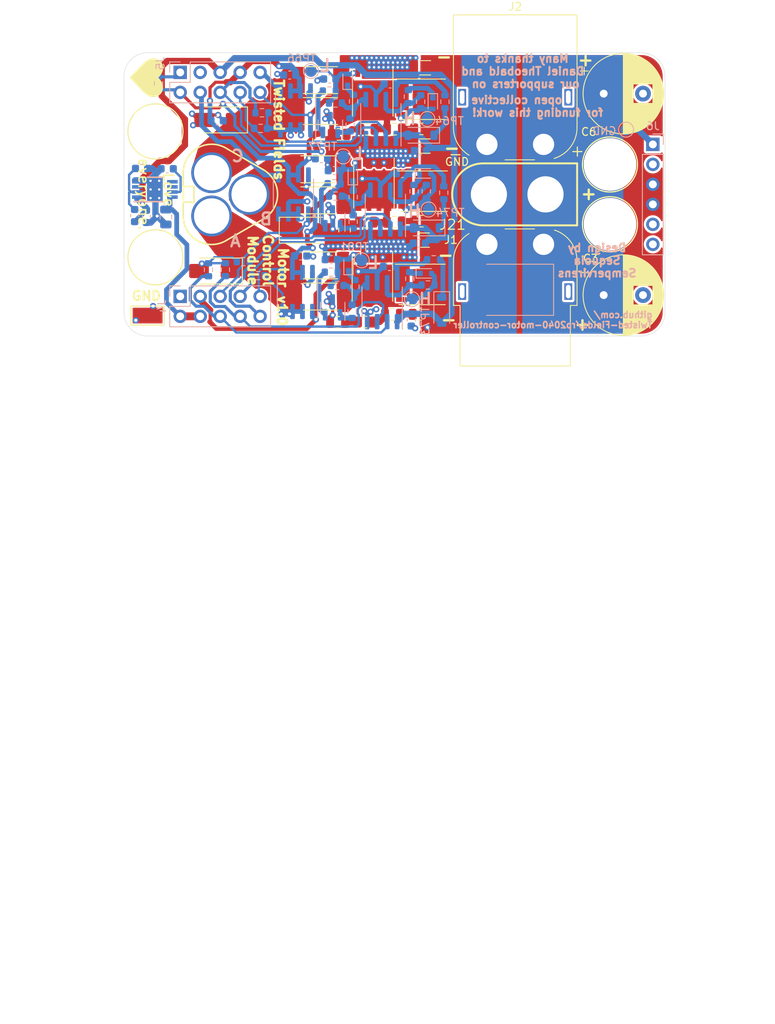
<source format=kicad_pcb>
(kicad_pcb (version 20240108) (generator "pcbnew") (generator_version "8.0")
  (title_block (title "Driver Module") (date "2024-4-20") (rev "1") (company "Twisted Fields, LLC"))
  (layers (0 "F.Cu" signal) (1 "In1.Cu" signal) (2 "In2.Cu" signal) (31 "B.Cu" signal) (34 "B.Paste" user) (35 "F.Paste" user) (36 "B.SilkS" user "B.Silkscreen") (37 "F.SilkS" user "F.Silkscreen") (38 "B.Mask" user) (39 "F.Mask" user) (44 "Edge.Cuts" user))
  (net 0 "")
  (net 1 "GND")
  (net 2 "+3V3")
  (net 3 "/A_P")
  (net 4 "VMOT")
  (net 5 "/2AGH")
  (net 6 "/2AGL")
  (net 7 "/2BGH")
  (net 8 "/2BGL")
  (net 9 "Net-(D2-K)")
  (net 10 "Net-(U5-VB)")
  (net 11 "/2CGL")
  (net 12 "/B_P")
  (net 13 "Net-(D5-K)")
  (net 14 "Net-(D6-K)")
  (net 15 "Net-(D15-K)")
  (net 16 "/2CGH")
  (net 17 "Net-(D16-K)")
  (net 18 "Net-(U2-VB)")
  (net 19 "Net-(U2-HO)")
  (net 20 "Net-(U5-HO)")
  (net 21 "/C_P")
  (net 22 "/B_N")
  (net 23 "/C_N")
  (net 24 "/A_N")
  (net 25 "A_PWM_H")
  (net 26 "B_PWM_L\\")
  (net 27 "A_PWM_L\\")
  (net 28 "A_SENSE")
  (net 29 "B_PWM_H")
  (net 30 "Net-(D10-K)")
  (net 31 "Net-(U8-VB)")
  (net 32 "Net-(D7-K)")
  (net 33 "Net-(D14-K)")
  (net 34 "Net-(D17-K)")
  (net 35 "Net-(U8-HO)")
  (net 36 "Net-(Q1-B)")
  (net 37 "Net-(C101-Pad1)")
  (net 38 "Net-(C102-Pad1)")
  (net 39 "Net-(C103-Pad1)")
  (net 40 "Net-(C104-Pad1)")
  (net 41 "Net-(C105-Pad1)")
  (net 42 "Net-(C106-Pad1)")
  (net 43 "B_SENSE")
  (net 44 "/TH1_SENSE")
  (net 45 "Net-(Q1-E)")
  (net 46 "Net-(Q2-B)")
  (net 47 "Net-(Q2-E)")
  (net 48 "Net-(Q3-B)")
  (net 49 "Net-(Q3-E)")
  (net 50 "Net-(U2-LO)")
  (net 51 "Net-(U5-LO)")
  (net 52 "Net-(U8-LO)")
  (net 53 "+12V")
  (net 54 "C_PWM_L\\")
  (net 55 "C_PWM_H")
  (net 56 "C_SENSE")
  (net 60 "Net-(U3-DELAY)")
  (net 61 "Net-(U3-FB)")
  (footprint "RP2040_minimal:MountingHole_3.9mm_Plastite_#6" (layer "F.Cu") (at 175.3 103.8 180)
    (property "Reference" "H1" (hide yes))
    (property "Value" "MountingHole")
  )
  (footprint "Capacitor_THT:CP_Radial_D10.0mm_P5.00mm" (layer "F.Cu") (at 174.5 87.2)
    (property "Reference" "C6")
    (property "Value" "220uF 63V solid")
  )
  (footprint "Resistor_SMD:R_0805_2012Metric" (layer "F.Cu") (at 151.11995 115.241269 180)
    (property "Reference" "R86" (hide yes))
    (property "Value" "R")
  )
  (footprint "Resistor_SMD:R_0603_1608Metric" (layer "F.Cu") (at 138.009999 93.125 -90)
    (property "Reference" "TH1" (hide yes))
    (property "Value" "Thermistor 10k")
  )
  (footprint "Capacitor_SMD:C_0805_2012Metric" (layer "F.Cu") (at 147.868732 103.519951 180)
    (property "Reference" "C106" (hide yes))
    (property "Value" "C")
  )
  (footprint "Diode_SMD:D_SMA" (layer "F.Cu") (at 125.696268 90.54005 180)
    (property "Reference" "D9" (hide yes))
    (property "Value" "SMAJ51A")
  )
  (footprint "Capacitor_SMD:C_1206_3216Metric" (layer "F.Cu") (at 151.63495 105.816268 180)
    (property "Reference" "C77" (hide yes))
    (property "Value" "2.2uF 100V")
  )
  (footprint "RP2040_minimal:MountingHole_3.9mm_Plastite_#6" (layer "F.Cu") (at 117.5 108 180)
    (property "Reference" "H6" (hide yes))
    (property "Value" "MountingHole")
  )
  (footprint "RP2040_minimal:MountingHole_3.9mm_Plastite_#6" (layer "F.Cu") (at 175.3 96.2 180)
    (property "Reference" "H7" (hide yes))
    (property "Value" "MountingHole")
  )
  (footprint "Resistor_SMD:R_0805_2012Metric" (layer "F.Cu") (at 151.331268 103.400051 180)
    (property "Reference" "R91" (hide yes))
    (property "Value" "R")
  )
  (footprint "motor:PowerPAK_SO-8_123" (layer "F.Cu") (at 145.08495 110.636767 -90)
    (property "Reference" "AL2" (hide yes))
    (property "Value" "MOSFETSO-8")
  )
  (footprint "parts:CONN-TH_XT60UPB-M" (layer "F.Cu") (at 163.5 100)
    (property "Reference" "J21")
    (property "Value" "Power Input" (hide yes))
  )
  (footprint "Capacitor_SMD:C_0805_2012Metric" (layer "F.Cu") (at 147.641269 115.25005 180)
    (property "Reference" "C101" (hide yes))
    (property "Value" "C")
  )
  (footprint "RP2040_minimal:MountingHole_3.9mm_Plastite_#6" (layer "F.Cu") (at 117.5 92 180)
    (property "Reference" "H5" (hide yes))
    (property "Value" "MountingHole")
  )
  (footprint "Resistor_SMD:R_0805_2012Metric" (layer "F.Cu") (at 151.308732 91.67995 180)
    (property "Reference" "R88" (hide yes))
    (property "Value" "R")
  )
  (footprint "parts:MT60-F.G.Y" (layer "F.Cu") (at 124.65 100)
    (property "Reference" "J19" (hide yes))
    (property "Value" "Conn_01x03")
  )
  (footprint "motor:PowerPAK_SO-8_123" (layer "F.Cu") (at 145.284948 98.796268 -90)
    (property "Reference" "BL2" (hide yes))
    (property "Value" "MOSFETSO-8")
  )
  (footprint "Capacitor_SMD:C_0805_2012Metric" (layer "F.Cu") (at 140.658731 116.24995 180)
    (property "Reference" "C102" (hide yes))
    (property "Value" "C")
  )
  (footprint "motor:PowerPAK_SO-8_123" (layer "F.Cu") (at 151.68495 99.596268)
    (property "Reference" "BH2" (hide yes))
    (property "Value" "MOSFETSO-8")
  )
  (footprint "motor:PowerPAK_SO-8_123" (layer "F.Cu") (at 151.434951 87.916269)
    (property "Reference" "CH2" (hide yes))
    (property "Value" "MOSFETSO-8")
  )
  (footprint "parts:AMASS_XT60PW-F_1x02_P7.20mm_Horizontal" (layer "F.Cu") (at 159.65 106.35 180)
    (property "Reference" "J1")
    (property "Value" "Power Input")
  )
  (footprint "motor:PowerPAK_SO-8_123" (layer "F.Cu") (at 145.13495 87.116268 -90)
    (property "Reference" "CL2" (hide yes))
    (property "Value" "MOSFETSO-8")
  )
  (footprint "Resistor_SMD:R_0805_2012Metric" (layer "F.Cu") (at 144.158731 116.21995 180)
    (property "Reference" "R87" (hide yes))
    (property "Value" "R")
  )
  (footprint "Capacitor_SMD:C_1206_3216Metric" (layer "F.Cu") (at 151.734951 93.866267 180)
    (property "Reference" "C79" (hide yes))
    (property "Value" "2.2uF 100V")
  )
  (footprint "Resistor_SMD:R_0805_2012Metric" (layer "F.Cu") (at 144.331268 103.52505 180)
    (property "Reference" "R90" (hide yes))
    (property "Value" "R")
  )
  (footprint "parts:AMASS_XT60PW-M_1x02_P7.20mm_Horizontal" (layer "F.Cu") (at 159.65 93.65)
    (property "Reference" "J2")
    (property "Value" "Power Input")
  )
  (footprint "Resistor_SMD:R_0805_2012Metric" (layer "F.Cu") (at 144.458732 91.72995 180)
    (property "Reference" "R89" (hide yes))
    (property "Value" "R")
  )
  (footprint "motor:PowerPAK_SO-8_123" (layer "F.Cu") (at 151.40995 111.446268)
    (property "Reference" "AH2" (hide yes))
    (property "Value" "MOSFETSO-8")
  )
  (footprint "Resistor_SMD:R_2512_6332Metric" (layer "F.Cu") (at 138.489951 85.481268 180)
    (property "Reference" "R114" (hide yes))
    (property "Value" "3mΩ")
  )
  (footprint "Capacitor_SMD:C_0805_2012Metric" (layer "F.Cu") (at 141.544949 104.531268 -90)
    (property "Reference" "C105" (hide yes))
    (property "Value" "C")
  )
  (footprint "TestPoint:TestPoint_Keystone_5019_Minature" (layer "F.Cu") (at 116.5 115.4 180)
    (property "Reference" "TP71" (hide yes))
    (property "Value" "TestPoint")
  )
  (footprint "Resistor_SMD:R_2512_6332Metric" (layer "F.Cu") (at 138.489951 109.021268 180)
    (property "Reference" "R113" (hide yes))
    (property "Value" "3mΩ")
  )
  (footprint "Resistor_SMD:R_2512_6332Metric" (layer "F.Cu") (at 138.489951 112.986269 180)
    (property "Reference" "R105" (hide yes))
    (property "Value" "3mΩ")
  )
  (footprint "Capacitor_SMD:C_0805_2012Metric" (layer "F.Cu") (at 140.858732 92.37995 180)
    (property "Reference" "C104" (hide yes))
    (property "Value" "C")
  )
  (footprint "Diode_SMD:D_SMA" (layer "F.Cu") (at 136.753732 104.55995)
    (property "Reference" "D8" (hide yes))
    (property "Value" "SMAJ51A")
  )
  (footprint "Resistor_SMD:R_2512_6332Metric" (layer "F.Cu") (at 138.155 96.815 180)
    (property "Reference" "R5" (hide yes))
    (property "Value" "3mΩ")
  )
  (footprint "Resistor_SMD:R_2512_6332Metric" (layer "F.Cu") (at 138.489951 89.411268 180)
    (property "Reference" "R109" (hide yes))
    (property "Value" "3mΩ")
  )
  (footprint "Capacitor_SMD:C_0805_2012Metric" (layer "F.Cu") (at 147.891268 91.71005 180)
    (property "Reference" "C103" (hide yes))
    (property "Value" "C")
  )
  (footprint "Capacitor_THT:CP_Radial_D10.0mm_P5.00mm" (layer "F.Cu") (at 174.5 112.8)
    (property "Reference" "C3")
    (property "Value" "220uF 63V solid")
  )
  (footprint "Resistor_SMD:R_2512_6332Metric" (layer "F.Cu") (at 138.155 100.755 180)
    (property "Reference" "R4" (hide yes))
    (property "Value" "3mΩ")
  )
  (footprint "Capacitor_SMD:C_1206_3216Metric" (layer "F.Cu") (at 151.78495 83.916268 180)
    (property "Reference" "C78" (hide yes))
    (property "Value" "2.2uF 100V")
  )
  (footprint "Diode_SMD:D_SMA" (layer "F.Cu") (at 125.04005 109.738731 180)
    (property "Reference" "D18" (hide yes))
    (property "Value" "SMAJ51A")
  )
  (footprint "Resistor_SMD:R_0603_1608Metric" (layer "B.Cu") (at 142.864629 111.721268 90)
    (property "Reference" "R30" (hide yes))
    (property "Value" "0R")
  )
  (footprint "Diode_SMD:D_SOD-523" (layer "B.Cu") (at 142.05995 108.951589 90)
    (property "Reference" "D14" (hide yes))
    (property "Value" "CDBU0130R-HF")
  )
  (footprint "Resistor_SMD:R_0603_1608Metric" (layer "B.Cu") (at 152.155948 111.515051)
    (property "Reference" "R33" (hide yes))
    (property "Value" "10.2R")
  )
  (footprint "Package_TO_SOT_SMD:SOT-23" (layer "B.Cu") (at 139.740049 91.188409 90)
    (property "Reference" "Q2" (hide yes))
    (property "Value" "Q_PNP_BEC")
  )
  (footprint "Capacitor_SMD:C_0603_1608Metric" (layer "B.Cu") (at 150.028411 115.95495 90)
    (property "Reference" "C15" (hide yes))
    (property "Value" "4.7uF 35V")
  )
  (footprint "Capacitor_SMD:C_0603_1608Metric" (layer "B.Cu") (at 135.960051 107.818732)
    (property "Reference" "C66" (hide yes))
    (property "Value" "100n")
  )
  (footprint "parts:TestPoint_Pad_D1.5mm_no_courtyard" (layer "B.Cu") (at 177.35 91.775 180)
    (property "Reference" "TP94" (hide yes))
    (property "Value" "TestPoint")
  )
  (footprint "Capacitor_SMD:C_0603_1608Metric" (layer "B.Cu") (at 151.050049 106.20431)
    (property "Reference" "C11" (hide yes))
    (property "Value" "4.7uF 35V")
  )
  (footprint "parts:TestPoint_Pad_D1.5mm_no_courtyard" (layer "B.Cu") (at 137.275 84.325 180)
    (property "Reference" "TP66")
    (property "Value" "TestPoint")
  )
  (footprint "Connector_PinHeader_2.54mm:PinHeader_1x06_P2.54mm_Vertical" (layer "B.Cu") (at 180.75 93.65 180)
    (property "Reference" "J6")
    (property "Value" "Conn_01x06")
  )
  (footprint "parts:TestPoint_Pad_D1.5mm_no_courtyard" (layer "B.Cu") (at 141.375 95.175 180)
    (property "Reference" "TP77")
    (property "Value" "TestPoint")
  )
  (footprint "Resistor_SMD:R_0603_1608Metric" (layer "B.Cu") (at 151.22495 88.225945 -90)
    (property "Reference" "R28" (hide yes))
    (property "Value" "10.2R")
  )
  (footprint "Resistor_SMD:R_0603_1608Metric" (layer "B.Cu") (at 142.638732 103.479948 -90)
    (property "Reference" "R2" (hide yes))
    (property "Value" "100R")
  )
  (footprint "Capacitor_SMD:C_0603_1608Metric" (layer "B.Cu") (at 147.349627 85.971268)
    (property "Reference" "C65" (hide yes))
    (property "Value" "10uF 35v")
  )
  (footprint "Connector_PinHeader_2.54mm:PinHeader_2x05_P2.54mm_Vertical" (layer "B.Cu") (at 120.65 112.96 -90)
    (property "Reference" "J4")
    (property "Value" "Conn_02x06_Odd_Even")
  )
  (footprint "Capacitor_SMD:C_0603_1608Metric" (layer "B.Cu") (at 115.735001 96.705)
    (property "Reference" "R10" (hide yes))
    (property "Value" "R")
  )
  (footprint "Capacitor_SMD:C_0603_1608Metric" (layer "B.Cu") (at 139.85495 108.28659)
    (property "Reference" "C17" (hide yes))
    (property "Value" "DNP")
  )
  (footprint "Capacitor_SMD:C_0603_1608Metric" (layer "B.Cu") (at 118.995 96.745001)
    (property "Reference" "C7" (hide yes))
    (property "Value" "DNP")
  )
  (footprint "Package_SO:SOIC-8_3.9x4.9mm_P1.27mm" (layer "B.Cu") (at 135.045 100.015 90)
    (property "Reference" "U1" (hide yes))
    (property "Value" "INA240A1D")
  )
  (footprint "parts:TestPoint_Pad_D1.5mm_no_courtyard" (layer "B.Cu") (at 152.225 101.925 180)
    (property "Reference" "TP74")
    (property "Value" "TestPoint")
  )
  (footprint "parts:TestPoint_Pad_D1.5mm_no_courtyard" (layer "B.Cu") (at 150.125 113.325 180)
    (property "Reference" "TP73")
    (property "Value" "TestPoint")
  )
  (footprint "Capacitor_SMD:C_0603_1608Metric" (layer "B.Cu") (at 125.344999 90.644996)
    (property "Reference" "C4" (hide yes))
    (property "Value" "1u")
  )
  (footprint "Resistor_SMD:R_0603_1608Metric" (layer "B.Cu") (at 131.042285 89.63341 180)
    (property "Reference" "R124" (hide yes))
    (property "Value" "10k")
  )
  (footprint "Resistor_SMD:R_0603_1608Metric" (layer "B.Cu") (at 149.845271 110.71127 90)
    (property "Reference" "R31" (hide yes))
    (property "Value" "0R")
  )
  (footprint "Capacitor_SMD:C_0603_1608Metric" (layer "B.Cu") (at 139.664948 85.34159)
    (property "Reference" "C9" (hide yes))
    (property "Value" "DNP")
  )
  (footprint "Diode_SMD:D_SOD-123" (layer "B.Cu") (at 151.264356 92.491269 180)
    (property "Reference" "D10" (hide yes))
    (property "Value" "FR107")
  )
  (footprint "Package_SO:SOIC-8_3.9x4.9mm_P1.27mm" (layer "B.Cu") (at 146.325849 113.69659 90)
    (property "Reference" "U8" (hide yes))
    (property "Value" "EG3113")
  )
  (footprint "Resistor_SMD:R_0603_1608Metric" (layer "B.Cu") (at 154.313409 88.22995 90)
    (property "Reference" "R1" (hide yes))
    (property "Value" "0R")
  )
  (footprint "Capacitor_SMD:C_0603_1608Metric" (layer "B.Cu") (at 147.24995 109.166591)
    (property "Reference" "C70" (hide yes))
    (property "Value" "10uF 35v")
  )
  (footprint "Resistor_SMD:R_0603_1608Metric" (layer "B.Cu") (at 140.39159 100.221049 180)
    (property "Reference" "R25" (hide yes))
    (property "Value" "10.2R")
  )
  (footprint "Package_SO:SOIC-8_3.9x4.9mm_P1.27mm" (layer "B.Cu") (at 146.164949 90.41749 90)
    (property "Reference" "U2" (hide yes))
    (property "Value" "EG3113")
  )
  (footprint "Diode_SMD:D_SMC" (layer "B.Cu") (at 163.22 112.125 180)
    (property "Reference" "D1" (hide yes))
    (property "Value" "SMAJ51A")
  )
  (footprint "Resistor_SMD:R_0603_1608Metric" (layer "B.Cu") (at 142.251268 91.17005 -90)
    (property "Reference" "R9" (hide yes))
    (property "Value" "100R")
  )
  (footprint "Resistor_SMD:R_0603_1608Metric" (layer "B.Cu") (at 139.608732 86.869627)
    (property "Reference" "R29" (hide yes))
    (property "Value" "10.2R")
  )
  (footprint "Package_SO:SOIC-8_3.9x4.9mm_P1.27mm" (layer "B.Cu") (at 146.73495 101.93069 90)
    (property "Reference" "U5" (hide yes))
    (property "Value" "EG3113")
  )
  (footprint "Diode_SMD:D_SOD-523" (layer "B.Cu") (at 151.794627 97.341268)
    (property "Reference" "D15" (hide yes))
    (property "Value" "CDBU0130R-HF")
  )
  (footprint "Package_SO:SOIC-8_3.9x4.9mm_P1.27mm" (layer "B.Cu") (at 135.312499 89.325322 90)
    (property "Reference" "U44" (hide yes))
    (property "Value" "INA240A1D")
  )
  (footprint "Resistor_SMD:R_0603_1608Metric" (layer "B.Cu") (at 140.60159 111.58005 180)
    (property "Reference" "R32" (hide yes))
    (property "Value" "10.2R")
  )
  (footprint "Capacitor_SMD:C_0603_1608Metric" (layer "B.Cu") (at 114.855 102.695 90)
    (property "Reference" "R6" (hide yes))
    (property "Value" "R")
  )
  (footprint "Resistor_SMD:R_0603_1608Metric" (layer "B.Cu") (at 142.644627 100.351268 90)
    (property "Reference" "R18" (hide yes))
    (property "Value" "0R")
  )
  (footprint "Resistor_SMD:R_0603_1608Metric" (layer "B.Cu") (at 126.395372 109.568732 -90)
    (property "Reference" "R119" (hide yes))
    (property "Value" "10k")
  )
  (footprint "Resistor_SMD:R_0603_1608Metric" (layer "B.Cu") (at 152.884053 108.31495 180)
    (property "Reference" "R3" (hide yes))
    (property "Value" "0R")
  )
  (footprint "Diode_SMD:D_SOD-523" (layer "B.Cu") (at 142.599949 97.53159 90)
    (property "Reference" "D16" (hide yes))
    (property "Value" "CDBU0130R-HF")
  )
  (footprint "Diode_SMD:D_SOD-123" (layer "B.Cu") (at 153.904627 114.726268 -90)
    (property "Reference" "D7" (hide yes))
    (property "Value" "FR107")
  )
  (footprint "parts:TestPoint_Pad_D1.5mm_no_courtyard" (layer "B.Cu") (at 143.725 108.375 180)
    (property "Reference" "TP81")
    (property "Value" "TestPoint")
  )
  (footprint "Resistor_SMD:R_0603_1608Metric" (layer "B.Cu") (at 154.16341 99.79495 90)
    (property "Reference" "R26" (hide yes))
    (property "Value" "0R")
  )
  (footprint "Diode_SMD:D_SOD-123" (layer "B.Cu") (at 151.949628 104.266268 180)
    (property "Reference" "D2" (hide yes))
    (property "Value" "FR107")
  )
  (footprint "Capacitor_SMD:C_0603_1608Metric" (layer "B.Cu") (at 116.345 102.805 90)
    (property "Reference" "C8" (hide yes))
    (property "Value" "4.7uF 35V")
  )
  (footprint "Capacitor_SMD:C_0603_1608Metric" (layer "B.Cu") (at 140.239949 96.98159)
    (property "Reference" "C25" (hide yes))
    (property "Value" "DNP")
  )
  (footprint "Resistor_SMD:R_0603_1608Metric" (layer "B.Cu") (at 140.223732 98.649628)
    (property "Reference" "R23" (hide yes))
    (property "Value" "10.2R")
  )
  (footprint "Capacitor_SMD:C_0603_1608Metric" (layer "B.Cu") (at 151.195051 94.438412)
    (property "Reference" "C2" (hide yes))
    (property "Value" "4.7uF 35V")
  )
  (footprint "Resistor_SMD:R_0603_1608Metric" (layer "B.Cu") (at 128.67005 108.54341)
    (property "Reference" "R121" (hide yes))
    (property "Value" "10k")
  )
  (footprint "Package_TO_SOT_SMD:SOT-23" (layer "B.Cu") (at 140.034951 114.36159 90)
    (property "Reference" "Q3" (hide yes))
    (property "Value" "Q_PNP_BEC")
  )
  (footprint "Package_SO:SOIC-8_3.9x4.9mm_P1.27mm" (layer "B.Cu") (at 135.55995 112.40659 90)
    (property "Reference" "U21" (hide yes))
    (property "Value" "INA240A1D")
  )
  (footprint "Resistor_SMD:R_0603_1608Metric" (layer "B.Cu") (at 142.505001 114.87995 -90)
    (property "Reference" "R112" (hide yes))
    (property "Value" "100R")
  )
  (footprint "Capacitor_SMD:C_0603_1608Metric" (layer "B.Cu") (at 138.605 95.465)
    (property "Reference" "C1" (hide yes))
    (property "Value" "100n")
  )
  (footprint "Resistor_SMD:R_0603_1608Metric" (layer "B.Cu") (at 140.38159 88.39505 180)
    (property "Reference" "R27" (hide yes))
    (property "Value" "10.2R")
  )
  (footprint "Resistor_SMD:R_0603_1608Metric" (layer "B.Cu") (at 150.385273 99.631268 90)
    (property "Reference" "R22" (hide yes))
    (property "Value" "0R")
  )
  (footprint "Resistor_SMD:R_0603_1608Metric" (layer "B.Cu") (at 149.660272 87.576268 90)
    (property "Reference" "R8" (hide yes))
    (property "Value" "0R")
  )
  (footprint "Resistor_SMD:R_0603_1608Metric" (layer "B.Cu") (at 130.55005 110.323411 180)
    (property "Reference" "R122" (hide yes))
    (property "Value" "10k")
  )
  (footprint "Package_TO_SOT_SMD:SOT-23" (layer "B.Cu") (at 140.04005 103.048411 90)
    (property "Reference" "Q1" (hide yes))
    (property "Value" "Q_PNP_BEC")
  )
  (footprint "parts:TestPoint_Pad_D1.5mm_no_courtyard" (layer "B.Cu") (at 152.075 90.425 180)
    (property "Reference" "TP64")
    (property "Value" "TestPoint")
  )
  (footprint "Resistor_SMD:R_0603_1608Metric" (layer "B.Cu") (at 139.853732 109.885272)
    (property "Reference" "R36" (hide yes))
    (property "Value" "10.2R")
  )
  (footprint "Resistor_SMD:R_0603_1608Metric" (layer "B.Cu") (at 151.940949 99.620946 -90)
    (property "Reference" "R24" (hide yes))
    (property "Value" "10.2R")
  )
  (footprint "Connector_PinHeader_2.54mm:PinHeader_2x05_P2.54mm_Vertical" (layer "B.Cu") (at 120.65 84.5 -90)
    (property "Reference" "J5")
    (property "Value" "Conn_02x06_Odd_Even")
  )
  (footprint "Capacitor_SMD:C_0603_1608Metric" (layer "B.Cu") (at 148.915529 97.356268)
    (property "Reference" "C13" (hide yes))
    (property "Value" "10uF 35v")
  )
  (footprint "Resistor_SMD:R_0603_1608Metric" (layer "B.Cu") (at 124.239951 109.57659 -90)
    (property "Reference" "R120" (hide yes))
    (property "Value" "10k")
  )
  (footprint "Capacitor_SMD:C_0603_1608Metric" (layer "B.Cu") (at 134.56341 84.83995 180)
    (property "Reference" "C74" (hide yes))
    (property "Value" "100n")
  )
  (footprint "Capacitor_SMD:C_0805_2012Metric" (layer "B.Cu") (at 118.825 102.875 -90)
    (property "Reference" "C5" (hide yes))
    (property "Value" "2.2uF 100V")
  )
  (footprint "Diode_SMD:D_SOD-523" (layer "B.Cu") (at 152.76841 88.45995 -90)
    (property "Reference" "D6" (hide yes))
    (property "Value" "CDBU0130R-HF")
  )
  (footprint "parts:DGN0008C_N" (layer "B.Cu") (at 117.425001 99.375001)
    (property "Reference" "U3" (hide yes))
    (property "Value" "TPS7A1601DGNT" (hide yes))
  )
  (footprint "Diode_SMD:D_SOD-523" (layer "B.Cu") (at 151.899628 110.041268)
    (property "Reference" "D17" (hide yes))
    (property "Value" "CDBU0130R-HF")
  )
  (footprint "Diode_SMD:D_SOD-523" (layer "B.Cu") (at 141.93495 85.40659 90)
    (property "Reference" "D5" (hide yes))
    (property "Value" "CDBU0130R-HF")
  )
  (footprint "Resistor_SMD:R_0603_1608Metric" (layer "B.Cu") (at 142.689628 88.176269 90)
    (property "Reference" "R7" (hide yes))
    (property "Value" "0R")
  )
  (footprint "Resistor_SMD:R_0603_1608Metric" (layer "B.Cu") (at 117.89 85.89 90)
    (property "Reference" "R45" (hide yes))
    (property "Value" "10k")
  )
  (footprint "Resistor_SMD:R_0603_1608Metric" (layer "B.Cu") (at 130.86995 91.61659 180)
    (property "Reference" "R123" (hide yes))
    (property "Value" "10k")
  )
  (gr_line (start 172.6 99.4) (end 172.6 100.6) (stroke (width 0.3)) (layer "F.SilkS"))
  (gr_line (start 171.2 116.6) (end 172.4 116.6) (stroke (width 0.3)) (layer "F.SilkS"))
  (gr_line (start 154.6 94.2) (end 155.8 94.2) (stroke (width 0.3)) (layer "F.SilkS"))
  (gr_line (start 172.2 82.4) (end 172.2 83.6) (stroke (width 0.3)) (layer "F.SilkS"))
  (gr_line (start 172 100) (end 173.2 100) (stroke (width 0.3)) (layer "F.SilkS"))
  (gr_line (start 153.8 107.8) (end 155 107.8) (stroke (width 0.3)) (layer "F.SilkS"))
  (gr_line (start 153.6 82.6) (end 154.8 82.6) (stroke (width 0.3)) (layer "F.SilkS"))
  (gr_line (start 154.2 116) (end 155.4 116) (stroke (width 0.3)) (layer "F.SilkS"))
  (gr_line (start 171.6 83) (end 172.8 83) (stroke (width 0.3)) (layer "F.SilkS"))
  (gr_line (start 171.8 116) (end 171.8 117.2) (stroke (width 0.3)) (layer "F.SilkS"))
  (gr_line (start 182.3 85) (end 182.3 115) (stroke (width 0.05)) (layer "Edge.Cuts"))
  (gr_line (start 113.5 115) (end 113.5 85) (stroke (width 0.05)) (layer "Edge.Cuts"))
  (gr_arc (start 182.3 115) (mid 181.42132 117.12132) (end 179.3 118) (stroke (width 0.05)) (layer "Edge.Cuts"))
  (gr_arc (start 113.5 85) (mid 114.37868 82.87868) (end 116.5 82) (stroke (width 0.05)) (layer "Edge.Cuts"))
  (gr_arc (start 179.3 82) (mid 181.42132 82.87868) (end 182.3 85) (stroke (width 0.05)) (layer "Edge.Cuts"))
  (gr_arc (start 116.5 118) (mid 114.37868 117.12132) (end 113.5 115) (stroke (width 0.05)) (layer "Edge.Cuts"))
  (gr_line (start 116.5 82) (end 179.3 82) (stroke (width 0.05)) (layer "Edge.Cuts"))
  (gr_line (start 179.3 118) (end 116.5 118) (stroke (width 0.05)) (layer "Edge.Cuts"))
  (gr_text "Design by\nSequoia\nSempervirens" (at 173.65 108.4 0) (layer "B.SilkS") (effects (font (size 1 1) (thickness 0.25)) (justify mirror)))
  (gr_text "H" (at 150.8 91.25 0) (layer "B.SilkS") (effects (font (size 1.5 1.5) (thickness 0.3) (bold yes)) (justify left bottom mirror)))
  (gr_text "H" (at 151.4 103 0) (layer "B.SilkS") (effects (font (size 1.5 1.5) (thickness 0.3) (bold yes)) (justify left bottom mirror)))
  (gr_text "B" (at 132.5 104 0) (layer "B.SilkS") (effects (font (size 1.5 1.5) (thickness 0.3) (bold yes)) (justify left bottom mirror)))
  (gr_text "GND" (at 176.2 92.525 0) (layer "B.SilkS") (effects (font (size 1 1)) (justify left bottom mirror)))
  (gr_text "L" (at 146.05 109.55 0) (layer "B.SilkS") (effects (font (size 1.5 1.5) (thickness 0.3) (bold yes)) (justify left bottom mirror)))
  (gr_text "L" (at 144.05 95.7 0) (layer "B.SilkS") (effects (font (size 1.5 1.5) (thickness 0.3) (bold yes)) (justify left bottom mirror)))
  (gr_text "Many thanks to\nDaniel Theobald and\nour supporters on " (at 164.2 84.35 0) (layer "B.SilkS") (effects (font (size 1 1) (thickness 0.25)) (justify mirror)))
  (gr_text "L" (at 139.9 84.5 0) (layer "B.SilkS") (effects (font (size 1.5 1.5) (thickness 0.3) (bold yes)) (justify left bottom mirror)))
  (gr_text "github.com/\nTwisted-Fields/rp2040-motor-controller" (at 180.8 115.95 0) (layer "B.SilkS") (effects (font (size 0.8 0.8) (thickness 0.2)) (justify left mirror)))
  (gr_text "H" (at 152.8 114.2 0) (layer "B.SilkS") (effects (font (size 1.5 1.5) (thickness 0.3) (bold yes)) (justify left bottom mirror)))
  (gr_text "       open collective\nfor funding this work!" (at 166.1 88.8 0) (layer "B.SilkS") (effects (font (size 1 1) (thickness 0.25)) (justify mirror)))
  (gr_text "A" (at 128.5 106.8 0) (layer "B.SilkS") (effects (font (size 1.5 1.5) (thickness 0.3) (bold yes)) (justify left bottom mirror)))
  (gr_text "C" (at 128.9 96 0) (layer "B.SilkS") (effects (font (size 1.5 1.5) (thickness 0.3) (bold yes)) (justify left bottom mirror)))
  (gr_text "  Motor\nControl\nModule" (at 131.8 108.4 270) (layer "F.SilkS") (effects (font (size 1.2 1.2) (thickness 0.3) (bold yes))))
  (gr_text "GND" (at 154.225 96.45 0) (layer "F.SilkS") (effects (font (size 1 1)) (justify left bottom)))
  (gr_text "Twisted Fields" (at 133.2 91.8 -90) (layer "F.SilkS") (effects (font (size 1.2 1.2) (thickness 0.3) (bold yes))))
  (gr_text "GND" (at 114.35 113.6 0) (layer "F.SilkS") (effects (font (size 1.2 1.2) (thickness 0.25) (bold yes)) (justify left bottom)))
  (gr_text "Love" (at 119.17 99.43 270) (layer "F.SilkS") (effects (font (size 1.3 1.3) (thickness 0.2))))
  (gr_text "everyone." (at 116 100 270) (layer "F.SilkS") (effects (font (size 1.3 1.3) (thickness 0.2))))
  (gr_text "v1.0" (at 133.6 114.8 270) (layer "F.SilkS") (effects (font (size 1.2 1.2) (thickness 0.3) (bold yes))))
  (segment (start 139.5 102.35995) (end 140.04005 102.9) (width 0.4) (layer "F.Cu") (net 1))
  (segment (start 139.535554 112.654671) (end 139.535554 113.364446) (width 0.4) (layer "F.Cu") (net 1))
  (segment (start 123.021194 91.215124) (end 123.696268 90.54005) (width 0.4) (layer "F.Cu") (net 1))
  (segment (start 139.360786 90.4) (end 139.854712 90.893926) (width 0.4) (layer "F.Cu") (net 1))
  (segment (start 139.254 89.463993) (end 139.254 90.236049) (width 0.4) (layer "F.Cu") (net 1))
  (segment (start 139.254 90.236049) (end 139.090049 90.4) (width 0.4) (layer "F.Cu") (net 1))
  (segment (start 140.04005 102.9) (end 140.04005 104.4) (width 0.6) (layer "F.Cu") (net 1))
  (segment (start 125.465821 89.91399) (end 124.322328 89.91399) (width 0.4) (layer "F.Cu") (net 1))
  (segment (start 139.35 113.6) (end 140 114.25) (width 0.4) (layer "F.Cu") (net 1))
  (segment (start 139.708731 116.24995) (end 139.708731 115.573779) (width 0.6) (layer "F.Cu") (net 1))
  (segment (start 122.940052 90.54005) (end 122.15 89.749998) (width 0.4) (layer "F.Cu") (net 1))
  (segment (start 122.28811 91.215124) (end 123.021194 91.215124) (width 0.4) (layer "F.Cu") (net 1))
  (segment (start 134.544095 115.196) (end 133.5 115.196) (width 0.6) (layer "F.Cu") (net 1))
  (segment (start 139.854712 90.893926) (end 139.908732 90.947946) (width 0.6) (layer "F.Cu") (net 1))
  (segment (start 123.696268 90.54005) (end 122.940052 90.54005) (width 0.4) (layer "F.Cu") (net 1))
  (segment (start 140.034952 115.35) (end 140.034952 114.284952) (width 0.4) (layer "F.Cu") (net 1))
  (segment (start 140.034952 114.284952) (end 140 114.25) (width 0.4) (layer "F.Cu") (net 1))
  (segment (start 139.5 102.2) (end 139.5 102.35995) (width 0.4) (layer "F.Cu") (net 1))
  (segment (start 139.5 101.336397) (end 139.5 102.2) (width 0.4) (layer "F.Cu") (net 1))
  (segment (start 139.535554 113.364446) (end 139.3 113.6) (width 0.4) (layer "F.Cu") (net 1))
  (segment (start 124.322328 89.91399) (end 123.696268 90.54005) (width 0.4) (layer "F.Cu") (net 1))
  (segment (start 139.908732 90.947946) (end 139.908732 92.37995) (width 0.6) (layer "F.Cu") (net 1))
  (segment (start 139.3 113.6) (end 139.35 113.6) (width 0.4) (layer "F.Cu") (net 1))
  (segment (start 139.090049 90.4) (end 139.360786 90.4) (width 0.4) (layer "F.Cu") (net 1))
  (via (at 146 106) (size 0.7) (drill 0.3) (layers "F.Cu" "B.Cu") (net 1))
  (via (at 141.3 106.6) (size 0.7) (drill 0.3) (layers "F.Cu" "B.Cu") (net 1))
  (via (at 122.28811 91.215124) (size 0.8) (drill 0.4) (layers "F.Cu" "B.Cu") (net 1))
  (via (at 140.7 106.6) (size 0.7) (drill 0.3) (layers "F.Cu" "B.Cu") (net 1))
  (via (at 143.2 94.5) (size 0.7) (drill 0.3) (layers "F.Cu" "B.Cu") (net 1))
  (via (at 146.499999 83.85) (size 0.7) (drill 0.3) (layers "F.Cu" "B.Cu") (net 1))
  (via (at 149.6 95.7) (size 0.7) (drill 0.3) (layers "F.Cu" "B.Cu") (net 1))
  (via (at 140 114.25) (size 0.8) (drill 0.4) (layers "F.Cu" "B.Cu") (net 1))
  (via (at 146.84005 107.233733) (size 0.7) (drill 0.3) (layers "F.Cu" "B.Cu") (net 1))
  (via (at 148.899999 83.85) (size 0.7) (drill 0.3) (layers "F.Cu" "B.Cu") (net 1))
  (via (at 147.7 83.85) (size 0.7) (drill 0.3) (layers "F.Cu" "B.Cu") (net 1))
  (via (at 140.034952 115.35) (size 0.8) (drill 0.4) (layers "F.Cu" "B.Cu") (net 1))
  (via (at 145.299999 83.25) (size 0.7) (drill 0.3) (layers "F.Cu" "B.Cu") (net 1))
  (via (at 136.041567 103.026795) (size 0.8) (drill 0.4) (layers "F.Cu" "B.Cu") (net 1))
  (via (at 144.44005 106.633733) (size 0.7) (drill 0.3) (layers "F.Cu" "B.Cu") (net 1))
  (via (at 144.05 114.825) (size 0.8) (drill 0.4) (layers "F.Cu" "B.Cu") (net 1))
  (via (at 149.24005 107.233733) (size 0.7) (drill 0.3) (layers "F.Cu" "B.Cu") (net 1))
  (via (at 143.1 106.6) (size 0.7) (drill 0.3) (layers "F.Cu" "B.Cu") (net 1))
  (via (at 145.04005 106.633733) (size 0.7) (drill 0.3) (layers "F.Cu" "B.Cu") (net 1))
  (via (at 143.9 94.5) (size 0.7) (drill 0.3) (layers "F.Cu" "B.Cu") (net 1))
  (via (at 148.7 95.1) (size 0.7) (drill 0.3) (layers "F.Cu" "B.Cu") (net 1))
  (via (at 145.1 94.5) (size 0.7) (drill 0.3) (layers "F.Cu" "B.Cu") (net 1))
  (via (at 149.3 94.5) (size 0.7) (drill 0.3) (layers "F.Cu" "B.Cu") (net 1))
  (via (at 146.9 95.1) (size 0.7) (drill 0.3) (layers "F.Cu" "B.Cu") (net 1))
  (via (at 139.5 101.336397) (size 0.8) (drill 0.4) (layers "F.Cu" "B.Cu") (net 1))
  (via (at 145.000001 82.65) (size 0.7) (drill 0.3) (layers "F.Cu" "B.Cu") (net 1))
  (via (at 145.576402 114.596591) (size 0.8) (drill 0.4) (layers "F.Cu" "B.Cu") (net 1))
  (via (at 144.842908 114.91995) (size 0.8) (drill 0.4) (layers "F.Cu" "B.Cu") (net 1))
  (via (at 145.1 108) (size 0.7) (drill 0.3) (layers "F.Cu" "B.Cu") (net 1))
  (via (at 144.5 94.5) (size 0.7) (drill 0.3) (layers "F.Cu" "B.Cu") (net 1))
  (via (at 146.3 94.5) (size 0.7) (drill 0.3) (layers "F.Cu" "B.Cu") (net 1))
  (via (at 146.9 94.5) (size 0.7) (drill 0.3) (layers "F.Cu" "B.Cu") (net 1))
  (via (at 149.84005 107.333733) (size 0.7) (drill 0.3) (layers "F.Cu" "B.Cu") (net 1))
  (via (at 144.4 82.65) (size 0.7) (drill 0.3) (layers "F.Cu" "B.Cu") (net 1))
  (via (at 145.299999 83.85) (size 0.7) (drill 0.3) (layers "F.Cu" "B.Cu") (net 1))
  (via (at 149.9 95.1) (size 0.7) (drill 0.3) (layers "F.Cu" "B.Cu") (net 1))
  (via (at 115 116) (size 0.8) (drill 0.4) (layers "F.Cu" "B.Cu") (net 1))
  (via (at 144.44005 107.233733) (size 0.7) (drill 0.3) (layers "F.Cu" "B.Cu") (net 1))
  (via (at 149.1 108) (size 0.7) (drill 0.3) (layers "F.Cu" "B.Cu") (net 1))
  (via (at 144.699999 83.25) (size 0.7) (drill 0.3) (layers "F.Cu" "B.Cu") (net 1))
  (via (at 117.2 114.2) (size 0.8) (drill 0.4) (layers "F.Cu" "B.Cu") (net 1))
  (via (at 149 96.3) (size 0.7) (drill 0.3) (layers "F.Cu" "B.Cu") (net 1))
  (via (at 141.9 106.6) (size 0.7) (drill 0.3) (layers "F.Cu" "B.Cu") (net 1))
  (via (at 148.7 94.5) (size 0.7) (drill 0.3) (layers "F.Cu" "B.Cu") (net 1))
  (via (at 139.535554 112.654671) (size 0.8) (drill 0.4) (layers "F.Cu" "B.Cu") (net 1))
  (via (at 149.854003 108) (size 0.7) (drill 0.3) (layers "F.Cu" "B.Cu") (net 1))
  (via (at 150.5 108) (size 0.7) (drill 0.3) (layers "F.Cu" "B.Cu") (net 1))
  (via (at 143.84005 106.633733) (size 0.7) (drill 0.3) (layers "F.Cu" "B.Cu") (net 1))
  (via (at 149.200001 82.65) (size 0.7) (drill 0.3) (layers "F.Cu" "B.Cu") (net 1))
  (via (at 148.4 95.7) (size 0.7) (drill 0.3) (layers "F.Cu" "B.Cu") (net 1))
  (via (at 146.4 108) (size 0.7) (drill 0.3) (layers "F.Cu" "B.Cu") (net 1))
  (via (at 140.1 106.6) (size 0.7) (drill 0.3) (layers "F.Cu" "B.Cu") (net 1))
  (via (at 147.099999 83.25) (size 0.7) (drill 0.3) (layers "F.Cu" "B.Cu") (net 1))
  (via (at 149 95.7) (size 0.7) (drill 0.3) (layers "F.Cu" "B.Cu") (net 1))
  (via (at 145.600001 82.65) (size 0.7) (drill 0.3) (layers "F.Cu" "B.Cu") (net 1))
  (via (at 125.465821 89.91399) (size 0.8) (drill 0.4) (layers "F.Cu" "B.Cu") (net 1))
  (via (at 147.44005 107.233733) (size 0.7) (drill 0.3) (layers "F.Cu" "B.Cu") (net 1))
  (via (at 149.24005 106.633733) (size 0.7) (drill 0.3) (layers "F.Cu" "B.Cu") (net 1))
  (via (at 149 106) (size 0.7) (drill 0.3) (layers "F.Cu" "B.Cu") (net 1))
  (via (at 145.7 95.1) (size 0.7) (drill 0.3) (layers "F.Cu" "B.Cu") (net 1))
  (via (at 133 84.7) (size 0.8) (drill 0.4) (layers "F.Cu" "B.Cu") (net 1))
  (via (at 147.962062 82.65) (size 0.7) (drill 0.3) (layers "F.Cu" "B.Cu") (net 1))
  (via (at 144.699999 83.85) (size 0.7) (drill 0.3) (layers "F.Cu" "B.Cu") (net 1))
  (via (at 145.04005 107.233733) (size 0.7) (drill 0.3) (layers "F.Cu" "B.Cu") (net 1))
  (via (at 138.1 85.55) (size 0.8) (drill 0.4) (layers "F.Cu" "B.Cu") (net 1))
  (via (at 147.099999 83.85) (size 0.7) (drill 0.3) (layers "F.Cu" "B.Cu") (net 1))
  (via (at 149.499999 83.85) (size 0.7) (drill 0.3) (layers "F.Cu" "B.Cu") (net 1))
  (via (at 150.6 82.65) (size 0.7) (drill 0.3) (layers "F.Cu" "B.Cu") (net 1))
  (via (at 146.6 106) (size 0.7) (drill 0.3) (layers "F.Cu" "B.Cu") (net 1))
  (via (at 143.8 82.65) (size 0.7) (drill 0.3) (layers "F.Cu" "B.Cu") (net 1))
  (via (at 145.1 95.1) (size 0.7) (drill 0.3) (layers "F.Cu" "B.Cu") (net 1))
  (via (at 144.5 95.1) (size 0.7) (drill 0.3) (layers "F.Cu" "B.Cu") (net 1))
  (via (at 137.549998 107.9) (size 0.8) (drill 0.4) (layers "F.Cu" "B.Cu") (net 1))
  (via (at 147.2 106) (size 0.7) (drill 0.3) (layers "F.Cu" "B.Cu") (net 1))
  (via (at 148.299999 83.25) (size 0.7) (drill 0.3) (layers "F.Cu" "B.Cu") (net 1))
  (via (at 142.5 106.6) (size 0.7) (drill 0.3) (layers "F.Cu" "B.Cu") (net 1))
  (via (at 139.254 89.463993) (size 0.8) (drill 0.4) (layers "F.Cu" "B.Cu") (net 1))
  (via (at 148.64005 107.233733) (size 0.7) (drill 0.3) (layers "F.Cu" "B.Cu") (net 1))
  (via (at 117.722373 102.755047) (size 0.8) (drill 0.4) (layers "F.Cu" "B.Cu") (net 1))
  (via (at 148.64005 106.633733) (size 0.7) (drill 0.3) (layers "F.Cu" "B.Cu") (net 1))
  (via (at 145.25995 95.966267) (size 0.7) (drill 0.3) (layers "F.Cu" "B.Cu") (net 1))
  (via (at 147.699998 83.249999) (size 0.7) (drill 0.3) (layers "F.Cu" "B.Cu") (net 1))
  (via (at 149.3 95.1) (size 0.7) (drill 0.3) (layers "F.Cu" "B.Cu") (net 1))
  (via (at 146.2 82.65) (size 0.7) (drill 0.3) (layers "F.Cu" "B.Cu") (net 1))
  (via (at 145.64005 106.633733) (size 0.7) (drill 0.3) (layers "F.Cu" "B.Cu") (net 1))
  (via (at 146.84005 106.633733) (size 0.7) (drill 0.3) (layers "F.Cu" "B.Cu") (net 1))
  (via (at 148.299999 83.85) (size 0.7) (drill 0.3) (layers "F.Cu" "B.Cu") (net 1))
  (via (at 145.7 94.5) (size 0.7) (drill 0.3) (layers "F.Cu" "B.Cu") (net 1))
  (via (at 145.899999 83.85) (size 0.7) (drill 0.3) (layers "F.Cu" "B.Cu") (net 1))
  (via (at 139.5 106.6) (size 0.7) (drill 0.3) (layers "F.Cu" "B.Cu") (net 1))
  (via (at 146.55995 95.966268) (size 0.7) (drill 0.3) (layers "F.Cu" "B.Cu") (net 1))
  (via (at 138.7 106.6) (size 0.8) (drill 0.4) (layers "F.Cu" "B.Cu") (net 1))
  (via (at 145.4 106) (size 0.7) (drill 0.3) (layers "F.Cu" "B.Cu") (net 1))
  (via (at 145.899999 83.25) (size 0.7) (drill 0.3) (layers "F.Cu" "B.Cu") (net 1))
  (via (at 143.1 82.65) (size 0.7) (drill 0.3) (layers "F.Cu" "B.Cu") (net 1))
  (via (at 133.5 115.196) (size 0.8) (drill 0.4) (layers "F.Cu" "B.Cu") (net 1))
  (via (at 134.544095 115.196) (size 0.8) (drill 0.4) (layers "F.Cu" "B.Cu") (net 1))
  (via (at 139.090049 90.4) (size 0.8) (drill 0.4) (layers "F.Cu" "B.Cu") (net 1))
  (via (at 145.64005 107.233733) (size 0.7) (drill 0.3) (layers "F.Cu" "B.Cu") (net 1))
  (via (at 147.5 94.5) (size 0.7) (drill 0.3) (layers "F.Cu" "B.Cu") (net 1))
  (via (at 149.499999 83.25) (size 0.7) (drill 0.3) (layers "F.Cu" "B.Cu") (net 1))
  (via (at 139.5 107.6) (size 0.8) (drill 0.4) (layers "F.Cu" "B.Cu") (net 1))
  (via (at 150.5 95.1) (size 0.7) (drill 0.3) (layers "F.Cu" "B.Cu") (net 1))
  (via (at 139.5 102.2) (size 0.8) (drill 0.4) (layers "F.Cu" "B.Cu") (net 1))
  (via (at 147.5 95.1) (size 0.7) (drill 0.3) (layers "F.Cu" "B.Cu") (net 1))
  (via (at 136.0175 92.480255) (size 0.8) (drill 0.4) (layers "F.Cu" "B.Cu") (net 1))
  (via (at 150.524667 117.015249) (size 0.8) (drill 0.4) (layers "F.Cu" "B.Cu") (net 1))
  (via (at 140.04005 104.4) (size 0.8) (drill 0.4) (layers "F.Cu" "B.Cu") (net 1))
  (via (at 147.44005 106.633733) (size 0.7) (drill 0.3) (layers "F.Cu" "B.Cu") (net 1))
  (via (at 142.5 82.65) (size 0.7) (drill 0.3) (layers "F.Cu" "B.Cu") (net 1))
  (via (at 146.24005 106.633733) (size 0.7) (drill 0.3) (layers "F.Cu" "B.Cu") (net 1))
  (via (at 139.854712 90.893926) (size 0.8) (drill 0.4) (layers "F.Cu" "B.Cu") (net 1))
  (via (at 148.60623 82.65) (size 0.7) (drill 0.3) (layers "F.Cu" "B.Cu") (net 1))
  (via (at 139.38 96.250102) (size 0.7) (drill 0.3) (layers "F.Cu" "B.Cu") (net 1))
  (via (at 147.362688 82.65) (size 0.7) (drill 0.3) (layers "F.Cu" "B.Cu") (net 1))
  (via (at 148.04005 106.633733) (size 0.7) (drill 0.3) (layers "F.Cu" "B.Cu") (net 1))
  (via (at 146.3 95.1) (size 0.7) (drill 0.3) (layers "F.Cu" "B.Cu") (net 1))
  (via (at 148.899999 83.25) (size 0.7) (drill 0.3) (layers "F.Cu" "B.Cu") (net 1))
  (via (at 148.04005 107.233733) (size 0.7) (drill 0.3) (layers "F.Cu" "B.Cu") (net 1))
  (via (at 150.44005 107.333733) (size 0.7) (drill 0.3) (layers "F.Cu" "B.Cu") (net 1))
  (via (at 148.4 96.3) (size 0.7) (drill 0.3) (layers "F.Cu" "B.Cu") (net 1))
  (via (at 122.15 89.749998) (size 0.8) (drill 0.4) (layers "F.Cu" "B.Cu") (net 1))
  (via (at 148.1 95.1) (size 0.7) (drill 0.3) (layers "F.Cu" "B.Cu") (net 1))
  (via (at 147.8 106) (size 0.7) (drill 0.3) (layers "F.Cu" "B.Cu") (net 1))
  (via (at 139.3 113.6) (size 0.8) (drill 0.4) (layers "F.Cu" "B.Cu") (net 1))
  (via (at 146.24005 107.233733) (size 0.7) (drill 0.3) (layers "F.Cu" "B.Cu") (net 1))
  (via (at 123.4 108.8) (size 0.8) (drill 0.4) (layers "F.Cu" "B.Cu") (net 1))
  (via (at 140.04005 102.9) (size 0.8) (drill 0.4) (layers "F.Cu" "B.Cu") (net 1))
  (via (at 136.805 100.9) (size 0.8) (drill 0.4) (layers "F.Cu" "B.Cu") (net 1))
  (via (at 146.800001 82.65) (size 0.7) (drill 0.3) (layers "F.Cu" "B.Cu") (net 1))
  (via (at 144.8 106) (size 0.7) (drill 0.3) (layers "F.Cu" "B.Cu") (net 1))
  (via (at 146.499999 83.25) (size 0.7) (drill 0.3) (layers "F.Cu" "B.Cu") (net 1))
  (via (at 148.1 94.5) (size 0.7) (drill 0.3) (layers "F.Cu" "B.Cu") (net 1))
  (via (at 149.9 82.65) (size 0.7) (drill 0.3) (layers "F.Cu" "B.Cu") (net 1))
  (via (at 134.700002 92.496) (size 0.8) (drill 0.4) (layers "F.Cu" "B.Cu") (net 1))
  (via (at 148.4 106) (size 0.7) (drill 0.3) (layers "F.Cu" "B.Cu") (net 1))
  (segment (start 139.5 101.570861) (end 140.04005 102.110911) (width 0.4) (layer "B.Cu") (net 1))
  (segment (start 139.3 113.6) (end 139.859041 113.6) (width 0.4) (layer "B.Cu") (net 1))
  (segment (start 140.04005 102.9) (end 140.04005 102.110911) (width 0.6) (layer "B.Cu") (net 1))
  (segment (start 134.41 101.09) (end 134.41 102.49) (width 0.6) (layer "B.Cu") (net 1))
  (segment (start 139.464949 96.335051) (end 139.464949 96.98159) (width 0.6) (layer "B.Cu") (net 1))
  (segment (start 133 84.7) (end 133.64846 84.7) (width 0.4) (layer "B.Cu") (net 1))
  (segment (start 144.420849 115.195849) (end 144.05 114.825) (width 0.3) (layer "B.Cu") (net 1))
  (segment (start 131.69495 91.61659) (end 133.015946 91.61659) (width 0.6) (layer "B.Cu") (net 1))
  (segment (start 149.845626 106.633733) (end 150.275049 106.20431) (width 0.8) (layer "B.Cu") (net 1))
  (segment (start 117.105 96.705) (end 116.510001 96.705) (width 0.8) (layer "B.Cu") (net 1))
  (segment (start 178.875 91.775) (end 180.75 93.65) (width 0.8) (layer "B.Cu") (net 1))
  (segment (start 134.677499 92.473497) (end 134.700002 92.496) (width 0.6) (layer "B.Cu") (net 1))
  (segment (start 138.30841 85.34159) (end 138.1 85.55) (width 0.6) (layer "B.Cu") (net 1))
  (segment (start 133.65495 115.04105) (end 133.65495 114.88159) (width 0.6) (layer "B.Cu") (net 1))
  (segment (start 124.191541 108.8) (end 124.997809 107.993732) (width 0.3) (layer "B.Cu") (net 1))
  (segment (start 133.5 115.196) (end 133.65495 115.04105) (width 0.6) (layer "B.Cu") (net 1))
  (segment (start 140.04005 104.4) (end 140.04005 102.110911) (width 0.6) (layer "B.Cu") (net 1))
  (segment (start 118.22 96.745001) (end 117.6825 97.2825) (width 0.8) (layer "B.Cu") (net 1))
  (segment (start 136.0175 92.480255) (end 135.947499 92.410254) (width 0.6) (layer "B.Cu") (net 1))
  (segment (start 139.5 101.336397) (end 139.5 101.570861) (width 0.4) (layer "B.Cu") (net 1))
  (segment (start 144.842908 114.91995) (end 144.420849 115.342009) (width 0.3) (layer "B.Cu") (net 1))
  (segment (start 120.075 85.065) (end 120.64 84.5) (width 0.4) (layer "B.Cu") (net 1))
  (segment (start 137.46873 107.818732) (end 137.549998 107.9) (width 0.6) (layer "B.Cu") (net 1))
  (segment (start 117.6825 97.2825) (end 117.105 96.705) (width 0.8) (layer "B.Cu") (net 1))
  (segment (start 150.239368 116.72995) (end 150.524667 117.015249) (width 0.6) (layer "B.Cu") (net 1))
  (segment (start 135.947499 92.410254) (end 135.947499 91.800322) (width 0.6) (layer "B.Cu") (net 1))
  (segment (start 144.420849 115.342009) (end 144.420849 116.17159) (width 0.3) (layer "B.Cu") (net 1))
  (segment (start 123.44841 108.75159) (end 124.239951 108.75159) (width 0.3) (layer "B.Cu") (net 1))
  (segment (start 116.89742 103.58) (end 116.345 103.58) (width 0.8) (layer "B.Cu") (net 1))
  (segment (start 133.199678 91.800322) (end 133.407499 91.800322) (width 0.6) (layer "B.Cu") (net 1))
  (segment (start 117.5 102.532674) (end 117.5 97.465001) (width 0.8) (layer "B.Cu") (net 1))
  (segment (start 126.395372 108.743732) (end 124.247809 108.743732) (width 0.3) (layer "B.Cu") (net 1))
  (segment (start 134.92495 114.88159) (end 134.61054 115.196) (width 0.6) (layer "B.Cu") (net 1))
  (segment (start 139.090049 90.4) (end 139.23914 90.250909) (width 0.6) (layer "B.Cu") (net 1))
  (segment (start 139.740049 90.779263) (end 139.854712 90.893926) (width 0.6) (layer "B.Cu") (net 1))
  (segment (start 139.38 96.250102) (end 139.464949 96.335051) (width 0.6) (layer "B.Cu") (net 1))
  (segment (start 117.722373 102.755047) (end 118.792326 103.825) (width 0.8) (layer "B.Cu") (net 1))
  (segment (start 140 113.459041) (end 140.034951 113.42409) (width 0.4) (layer "B.Cu") (net 1))
  (segment (start 139.5 102.2) (end 139.950961 102.2) (width 0.4) (layer "B.Cu") (net 1))
  (segment (start 127.295372 107.993732) (end 127.84505 108.54341) (width 0.3) (layer "B.Cu") (net 1))
  (segment (start 133.14 102.49) (end 133.7 102.49) (width 0.6) (layer "B.Cu") (net 1))
  (segment (start 144.259949 94.016266) (end 144.159949 94.116266) (width 0.6) (layer "B.Cu") (net 1))
  (segment (start 134.677499 91.800322) (end 135.947499 91.800322) (width 0.6) (layer "B.Cu") (net 1))
  (segment (start 124.247809 108.743732) (end 124.239951 108.75159) (width 0.3) (layer "B.Cu") (net 1))
  (segment (start 133.65495 114.88159) (end 134.92495 114.88159) (width 0.6) (layer "B.Cu") (net 1))
  (segment (start 126.119999 90.568168) (end 126.119999 90.644996) (width 0.4) (layer "B.Cu") (net 1))
  (segment (start 144.420849 116.17159) (end 144.420849 115.195849) (width 0.3) (layer "B.Cu") (net 1))
  (segment (start 134.677499 91.800322) (end 134.677499 92.473497) (width 0.6) (layer "B.Cu") (net 1))
  (segment (start 133.7 102.49) (end 134.41 102.49) (width 0.6) (layer "B.Cu") (net 1))
  (segment (start 134.41 102.49) (end 135.68 102.49) (width 0.6) (layer "B.Cu") (net 1))
  (segment (start 131.69495 89.805745) (end 131.867285 89.63341) (width 0.3) (layer "B.Cu") (net 1))
  (segment (start 139.535554 112.654671) (end 139.535554 112.924693) (width 0.4) (layer "B.Cu") (net 1))
  (segment (start 124.997809 107.993732) (end 127.295372 107.993732) (width 0.3) (layer "B.Cu") (net 1))
  (segment (start 135.68 102.665228) (end 135.68 102.49) (width 0.6) (layer "B.Cu") (net 1))
  (segment (start 139.38 96.250102) (end 139.38 95.465) (width 0.4) (layer "B.Cu") (net 1))
  (segment (start 133.64846 84.7) (end 133.78841 84.83995) (width 0.4) (layer "B.Cu") (net 1))
  (segment (start 144.842908 114.91995) (end 145.166267 114.596591) (width 0.3) (layer "B.Cu") (net 1))
  (segment (start 131.37505 110.323411) (end 133.65495 112.603311) (width 0.3) (layer "B.Cu") (net 1))
  (segment (start 133.407499 91.800322) (end 134.677499 91.800322) (width 0.6) (layer "B.Cu") (net 1))
  (segment (start 117.722373 102.755047) (end 116.89742 103.58) (width 0.8) (layer "B.Cu") (net 1))
  (segment (start 118.792326 103.825) (end 118.825 103.825) (width 0.8) (layer "B.Cu") (net 1))
  (segment (start 149.24005 106.633733) (end 149.845626 106.633733) (width 0.8) (layer "B.Cu") (net 1))
  (segment (start 134.61054 115.196) (end 133.5 115.196) (width 0.6) (layer "B.Cu") (net 1))
  (segment (start 145.166267 114.596591) (end 145.576402 114.596591) (width 0.3) (layer "B.Cu") (net 1))
  (segment (start 177.35 91.775) (end 178.875 91.775) (width 0.8) (layer "B.Cu") (net 1))
  (segment (start 117.6825 97.2825) (end 116.739999 98.225001) (width 0.8) (layer "B.Cu") (net 1))
  (segment (start 117.89 85.065) (end 120.075 85.065) (width 0.4) (layer "B.Cu") (net 1))
  (segment (start 131.69495 91.61659) (end 131.69495 89.805745) (width 0.3) (layer "B.Cu") (net 1))
  (segment (start 140 114.25) (end 140 113.459041) (width 0.4) (layer "B.Cu") (net 1))
  (segment (start 134.92495 114.88159) (end 134.858505 114.88159) (width 0.6) (layer "B.Cu") (net 1))
  (segment (start 139.950961 102.2) (end 140.04005 102.110911) (width 0.4) (layer "B.Cu") (net 1))
  (segment (start 134.6 100.9) (end 134.41 101.09) (width 0.6) (layer "B.Cu") (net 1))
  (segment (start 134.92495 114.88159) (end 136.19495 114.88159) (width 0.6) (layer "B.Cu") (net 1))
  (segment (start 139.07995 108.02005) (end 139.07995 108.28659) (width 0.6) (layer "B.Cu") (net 1))
  (segment (start 139.740049 90.250909) (end 139.740049 90.779263) (width 0.6) (layer "B.Cu") (net 1))
  (segment (start 136.805 100.9) (end 134.6 100.9) (width 0.6) (layer "B.Cu") (net 1))
  (segment (start 139.07995 108.28659) (end 139.07995 106.97995) (width 0.6) (layer "B.Cu") (net 1))
  (segment (start 134.858505 114.88159) (end 134.544095 115.196) (width 0.6) (layer "B.Cu") (net 1))
  (segment (start 125.465821 89.91399) (end 126.119999 90.568168) (width 0.4) (layer "B.Cu") (net 1))
  (segment (start 123.4 108.8) (end 123.44841 108.75159) (width 0.3) (layer "B.Cu") (net 1))
  (segment (start 116.739999 98.225001) (end 114.900002 98.225001) (width 0.8) (layer "B.Cu") (net 1))
  (segment (start 136.735051 107.818732) (end 137.46873 107.818732) (width 0.6) (layer "B.Cu") (net 1))
  (segment (start 139.859041 113.6) (end 140.034951 113.42409) (width 0.4) (layer "B.Cu") (net 1))
  (segment (start 144.259949 92.89249) (end 144.259949 94.016266) (width 0.6) (layer "B.Cu") (net 1))
  (segment (start 139.5 107.6) (end 139.07995 108.02005) (width 0.6) (layer "B.Cu") (net 1))
  (segment (start 123.4 108.8) (end 124.191541 108.8) (width 0.3) (layer "B.Cu") (net 1))
  (segment (start 117.5 97.465001) (end 118.22 96.745001) (width 0.8) (layer "B.Cu") (net 1))
  (segment (start 139.535554 112.924693) (end 140.034951 113.42409) (width 0.4) (layer "B.Cu") (net 1))
  (segment (start 133.65495 112.603311) (end 133.65495 114.88159) (width 0.3) (layer "B.Cu") (net 1))
  (segment (start 144.82995 104.40569) (end 144.82995 106.111268) (width 0.6) (layer "B.Cu") (net 1))
  (segment (start 139.23914 90.250909) (end 139.740049 90.250909) (width 0.6) (layer "B.Cu") (net 1))
  (segment (start 144.842908 114.91995) (end 144.822958 114.9) (width 0.3) (layer "B.Cu") (net 1))
  (segment (start 138.889948 85.34159) (end 138.30841 85.34159) (width 0.6) (layer "B.Cu") (net 1))
  (segment (start 133.015946 91.61659) (end 133.199678 91.800322) (width 0.6) (layer "B.Cu") (net 1))
  (segment (start 136.041567 103.026795) (end 135.68 102.665228) (width 0.6) (layer "B.Cu") (net 1))
  (segment (start 144.822958 114.9) (end 144.2 114.9) (width 0.3) (layer "B.Cu") (net 1))
  (segment (start 150.028411 116.72995) (end 150.239368 116.72995) (width 0.6) (layer "B.Cu") (net 1))
  (segment (start 117.722373 102.755047) (end 117.5 102.532674) (width 0.8) (layer "B.Cu") (net 1))
  (segment (start 139.07995 106.97995) (end 138.7 106.6) (width 0.6) (layer "B.Cu") (net 1))
  (segment (start 137.034999 95.4) (end 137.034999 93.275) (width 0.6) (layer "F.Cu") (net 2))
  (segment (start 125.135 85.75) (end 124.44 86.445) (width 0.4) (layer "F.Cu") (net 2))
  (segment (start 124.44 88.090012) (end 124.43 88.100012) (width 0.4) (layer "F.Cu") (net 2))
  (segment (start 124.44 86.445) (end 124.44 88.090012) (width 0.4) (layer "F.Cu") (net 2))
  (segment (start 137.034999 93.275) (end 138.009999 92.3) (width 0.6) (layer "F.Cu") (net 2))
  (segment (start 129.72 83.05) (end 128.27 84.5) (width 0.8) (layer "F.Cu") (net 2))
  (segment (start 132.55 83.05) (end 129.72 83.05) (width 0.8) (layer "F.Cu") (net 2))
  (segment (start 137.5 106.818535) (end 137.668535 106.818535) (width 0.3) (layer "F.Cu") (net 2))
  (segment (start 127.02 85.75) (end 126.53061 85.75) (width 0.8) (layer "F.Cu") (net 2))
  (segment (start 137.5 106.818535) (end 136.821434 106.139969) (width 0.6) (layer "F.Cu") (net 2))
  (segment (start 128.27 84.5) (end 127.02 85.75) (width 0.8) (layer "F.Cu") (net 2))
  (segment (start 133.2 83.7) (end 132.55 83.05) (width 0.8) (layer "F.Cu") (net 2))
  (segment (start 126.53061 85.75) (end 125.135 85.75) (width 0.4) (layer "F.Cu") (net 2))
  (segment (start 136.821434 106.139969) (end 136.821434 104.744229) (width 0.6) (layer "F.Cu") (net 2))
  (via (at 124.43 88.100012) (size 0.8) (drill 0.4) (layers "F.Cu" "B.Cu") (net 2))
  (via (at 137.034999 95.4) (size 0.8) (drill 0.4) (layers "F.Cu" "B.Cu") (net 2))
  (via (at 137.5 106.818535) (size 0.8) (drill 0.4) (layers "F.Cu" "B.Cu") (net 2))
  (via (at 136.821434 104.744229) (size 0.8) (drill 0.4) (layers "F.Cu" "B.Cu") (net 2))
  (via (at 133.2 83.7) (size 0.8) (drill 0.4) (layers "F.Cu" "B.Cu") (net 2))
  (segment (start 137.765 95.4) (end 137.83 95.465) (width 0.4) (layer "B.Cu") (net 2))
  (segment (start 134.677499 86.850322) (end 135.947499 86.850322) (width 0.6) (layer "B.Cu") (net 2))
  (segment (start 127.610051 92.3) (end 126.084232 92.3) (width 0.6) (layer "B.Cu") (net 2))
  (segment (start 135.795001 99.9) (end 134.41 98.514999) (width 0.6) (layer "B.Cu") (net 2))
  (segment (start 137.5 106.818535) (end 136.185248 106.818535) (width 0.6) (layer "B.Cu") (net 2))
  (segment (start 135.33841 84.83995) (end 135.8 85.30154) (width 0.6) (layer "B.Cu") (net 2))
  (segment (start 124.43 90.645768) (end 124.43 88.100012) (width 0.6) (layer "B.Cu") (net 2))
  (segment (start 135.68 96.565001) (end 135.68 97.54) (width 0.6) (layer "B.Cu") (net 2))
  (segment (start 134.92495 108.078833) (end 134.92495 109.93159) (width 0.6) (layer "B.Cu") (net 2))
  (segment (start 136.180001 96.065) (end 135.68 96.565001) (width 0.6) (layer "B.Cu") (net 2))
  (segment (start 134.41 98.514999) (end 134.41 97.54) (width 0.6) (layer "B.Cu") (net 2))
  (segment (start 135.33841 84.36495) (end 135.33841 84.83995) (width 0.8) (layer "B.Cu") (net 2))
  (segment (start 130.710051 95.4) (end 127.610051 92.3) (width 0.6) (layer "B.Cu") (net 2))
  (segment (start 136.19495 109.93159) (end 134.92495 109.93159) (width 0.6) (layer "B.Cu") (net 2))
  (segment (start 136.185248 106.818535) (end 135.185051 107.818732) (width 0.6) (layer "B.Cu") (net 2))
  (segment (start 135.8 86.702823) (end 135.947499 86.850322) (width 0.6) (layer "B.Cu") (net 2))
  (segment (start 126.084232 92.3) (end 124.43 90.645768) (width 0.6) (layer "B.Cu") (net 2))
  (segment (start 133.3 95.4) (end 130.710051 95.4) (width 0.6) (layer "B.Cu") (net 2))
  (segment (start 135.185051 107.818732) (end 134.92495 108.078833) (width 0.6) (layer "B.Cu") (net 2))
  (segment (start 136.369999 96.065) (end 136.180001 96.065) (width 0.6) (layer "B.Cu") (net 2))
  (segment (start 134.41 97.54) (end 134.41 96.51) (width 0.6) (layer "B.Cu") (net 2))
  (segment (start 134.41 97.54) (end 135.68 97.54) (width 0.6) (layer "B.Cu") (net 2))
  (segment (start 137.072793 99.9) (end 135.795001 99.9) (width 0.6) (layer "B.Cu") (net 2))
  (segment (start 137.034999 95.4) (end 137.765 95.4) (width 0.4) (layer "B.Cu") (net 2))
  (segment (start 137.8 100.622207) (end 137.075293 99.8975) (width 0.6) (layer "B.Cu") (net 2))
  (segment (start 137.255771 104.744229) (end 137.8 104.2) (width 0.6) (layer "B.Cu") (net 2))
  (segment (start 136.821434 104.744229) (end 137.255771 104.744229) (width 0.6) (layer "B.Cu") (net 2))
  (segment (start 137.075293 99.8975) (end 137.072793 99.9) (width 0.6) (layer "B.Cu") (net 2))
  (segment (start 134.67346 83.7) (end 135.33841 84.36495) (width 0.8) (layer "B.Cu") (net 2))
  (segment (start 137.8 104.2) (end 137.8 100.622207) (width 0.6) (layer "B.Cu") (net 2))
  (segment (start 135.8 85.30154) (end 135.8 86.702823) (width 0.6) (layer "B.Cu") (net 2))
  (segment (start 134.41 96.51) (end 133.3 95.4) (width 0.6) (layer "B.Cu") (net 2))
  (segment (start 137.034999 95.4) (end 136.369999 96.065) (width 0.6) (layer "B.Cu") (net 2))
  (segment (start 133.2 83.7) (end 134.67346 83.7) (width 0.8) (layer "B.Cu") (net 2))
  (segment (start 136.75 117.05) (end 125.25 117.05) (width 0.6) (layer "F.Cu") (net 3))
  (segment (start 137.9 115.9) (end 137.9 112.7) (width 0.6) (layer "F.Cu") (net 3))
  (segment (start 124.4 116.2) (end 124.4 116.199189) (width 0.6) (layer "F.Cu") (net 3))
  (segment (start 123.19 113.44939) (end 124.46 114.71939) (width 0.8) (layer "F.Cu") (net 3))
  (segment (start 137.9 115.9) (end 136.75 117.05) (width 0.6) (layer "F.Cu") (net 3))
  (segment (start 146.691269 114.141269) (end 146.081767 113.531767) (width 0.8) (layer "F.Cu") (net 3))
  (segment (start 146.691269 115.25005) (end 146.691269 114.141269) (width 0.8) (layer "F.Cu") (net 3))
  (segment (start 146.081767 113.531767) (end 145.71995 113.531767) (width 0.8) (layer "F.Cu") (net 3))
  (segment (start 139.7 110.9) (end 141.1 110.9) (width 0.6) (layer "F.Cu") (net 3))
  (segment (start 146.041319 116.2) (end 145.091181 116.2) (width 0.8) (layer "F.Cu") (net 3))
  (segment (start 124.4 116.199189) (end 124.46 116.139189) (width 0.6) (layer "F.Cu") (net 3))
  (segment (start 137.9 112.7) (end 139.7 110.9) (width 0.6) (layer "F.Cu") (net 3))
  (segment (start 145.091181 116.2) (end 145.071231 116.21995) (width 0.8) (layer "F.Cu") (net 3))
  (segment (start 125.25 117.05) (end 124.4 116.2) (width 0.6) (layer "F.Cu") (net 3))
  (segment (start 124.46 114.71939) (end 124.46 116.139189) (width 0.4) (layer "F.Cu") (net 3))
  (segment (start 146.691269 115.55005) (end 146.041319 116.2) (width 0.8) (layer "F.Cu") (net 3))
  (segment (start 123.19 112.96) (end 123.19 113.44939) (width 0.8) (layer "F.Cu") (net 3))
  (via (at 137.9 115.9) (size 0.8) (drill 0.4) (layers "F.Cu" "B.Cu") (net 3))
  (via (at 143.3 109.8) (size 0.8) (drill 0.4) (layers "F.Cu" "B.Cu") (net 3))
  (segment (start 144.494243 109.74659) (end 145.486747 109.74659) (width 0.6) (layer "B.Cu") (net 3))
  (segment (start 137.46495 115.46495) (end 137.46495 114.88159) (width 0.6) (layer "B.Cu") (net 3))
  (segment (start 145.690849 109.950692) (end 145.690849 111.22159) (width 0.6) (layer "B.Cu") (net 3))
  (segment (start 146.47495 109.166591) (end 145.690849 109.950692) (width 0.6) (layer "B.Cu") (net 3))
  (segment (start 143.3 109.8) (end 143.35341 109.74659) (width 0.6) (layer "B.Cu") (net 3))
  (segment (start 143.35341 109.74659) (end 144.494243 109.74659) (width 0.6) (layer "B.Cu") (net 3))
  (segment (start 145.486747 109.74659) (end 145.690849 109.950692) (width 0.6) (layer "B.Cu") (net 3))
  (segment (start 137.9 115.9) (end 137.46495 115.46495) (width 0.6) (layer "B.Cu") (net 3))
  (segment (start 120.65 115.5) (end 123.19 115.5) (width 1) (layer "F.Cu") (net 4))
  (via (at 152.1 116.9) (size 0.8) (drill 0.4) (layers "F.Cu" "B.Cu") (net 4))
  (segment (start 118.9 112.1) (end 118.9 113.75) (width 0.6) (layer "B.Cu") (net 4))
  (segment (start 119.350003 100.424998) (end 119.350003 101.399997) (width 0.6) (layer "B.Cu") (net 4))
  (segment (start 118.825 101.925) (end 119.625 101.925) (width 0.6) (layer "B.Cu") (net 4))
  (segment (start 120.2 102.5) (end 120.2 105.1) (width 0.6) (layer "B.Cu") (net 4))
  (segment (start 121.5 109.5) (end 118.9 112.1) (width 0.6) (layer "B.Cu") (net 4))
  (segment (start 119.350003 101.399997) (end 118.825 101.925) (width 0.6) (layer "B.Cu") (net 4))
  (segment (start 121.5 106.4) (end 121.5 109.5) (width 0.6) (layer "B.Cu") (net 4))
  (segment (start 119.625 101.925) (end 120.2 102.5) (width 0.6) (layer "B.Cu") (net 4))
  (segment (start 118.9 113.75) (end 120.65 115.5) (width 0.6) (layer "B.Cu") (net 4))
  (segment (start 120.2 105.1) (end 121.5 106.4) (width 0.6) (layer "B.Cu") (net 4))
  (segment (start 149.151268 113.351268) (end 149.6 113.8) (width 0.6) (layer "F.Cu") (net 5))
  (segment (start 148.84995 113.316268) (end 148.81495 113.351268) (width 0.2) (layer "F.Cu") (net 5))
  (segment (start 148.81495 113.351268) (end 149.151268 113.351268) (width 0.6) (layer "F.Cu") (net 5))
  (via (at 149.6 113.8) (size 0.8) (drill 0.4) (layers "F.Cu" "B.Cu") (net 5))
  (segment (start 151.315051 113.180948) (end 150.219052 113.180948) (width 0.6) (layer "B.Cu") (net 5))
  (segment (start 152.980948 111.515051) (end 151.315051 113.180948) (width 0.6) (layer "B.Cu") (net 5))
  (segment (start 152.599628 110.041268) (end 152.980948 110.422588) (width 0.6) (layer "B.Cu") (net 5))
  (segment (start 150.219052 113.180948) (end 149.6 113.8) (width 0.6) (layer "B.Cu") (net 5))
  (segment (start 152.980948 110.422588) (end 152.980948 111.515051) (width 0.6) (layer "B.Cu") (net 5))
  (segment (start 143.066767 108.066767) (end 142.7 107.7) (width 0.6) (layer "F.Cu") (net 6))
  (segment (start 143.17995 108.066767) (end 143.066767 108.066767) (width 0.6) (layer "F.Cu") (net 6))
  (via (at 142.6895 107.696598) (size 0.8) (drill 0.4) (layers "F.Cu" "B.Cu") (net 6))
  (segment (start 140.664951 108.251589) (end 140.62995 108.28659) (width 0.6) (layer "B.Cu") (net 6))
  (segment (start 142.05995 108.251589) (end 140.664951 108.251589) (width 0.6) (layer "B.Cu") (net 6))
  (segment (start 140.62995 109.83649) (end 140.678732 109.885272) (width 0.6) (layer "B.Cu") (net 6))
  (segment (start 143.046598 107.696598) (end 143.725 108.375) (width 0.6) (layer "B.Cu") (net 6))
  (segment (start 142.614941 107.696598) (end 142.05995 108.251589) (width 0.6) (layer "B.Cu") (net 6))
  (segment (start 142.6895 107.696598) (end 143.046598 107.696598) (width 0.6) (layer "B.Cu") (net 6))
  (segment (start 140.678732 109.885272) (end 140.678732 110.677908) (width 0.6) (layer "B.Cu") (net 6))
  (segment (start 140.62995 108.28659) (end 140.62995 109.83649) (width 0.6) (layer "B.Cu") (net 6))
  (segment (start 140.678732 110.677908) (end 139.77659 111.58005) (width 0.6) (layer "B.Cu") (net 6))
  (segment (start 149.01495 101.501268) (end 149.01495 101.61495) (width 0.6) (layer "F.Cu") (net 7))
  (segment (start 149.01495 101.61495) (end 149.4 102) (width 0.6) (layer "F.Cu") (net 7))
  (via (at 149.4 102) (size 0.8) (drill 0.4) (layers "F.Cu" "B.Cu") (net 7))
  (segment (start 151.940949 100.445946) (end 150.656205 101.73069) (width 0.6) (layer "B.Cu") (net 7))
  (segment (start 149.66931 101.73069) (end 149.4 102) (width 0.6) (layer "B.Cu") (net 7))
  (segment (start 152.494627 97.341268) (end 152.915949 97.76259) (width 0.6) (layer "B.Cu") (net 7))
  (segment (start 152.915949 97.76259) (end 152.915949 99.470946) (width 0.6) (layer "B.Cu") (net 7))
  (segment (start 152.225 101.925) (end 152.225 100.729997) (width 0.6) (layer "B.Cu") (net 7))
  (segment (start 150.656205 101.73069) (end 149.66931 101.73069) (width 0.6) (layer "B.Cu") (net 7))
  (segment (start 152.915949 99.470946) (end 151.940949 100.445946) (width 0.6) (layer "B.Cu") (net 7))
  (segment (start 152.225 100.729997) (end 151.940949 100.445946) (width 0.6) (layer "B.Cu") (net 7))
  (segment (start 143.026268 96.126268) (end 143.379948 96.126268) (width 0.6) (layer "F.Cu") (net 8))
  (segment (start 142.9 96) (end 143.026268 96.126268) (width 0.6) (layer "F.Cu") (net 8))
  (via (at 142.9 96) (size 0.8) (drill 0.4) (layers "F.Cu" "B.Cu") (net 8))
  (segment (start 141.048732 98.649628) (end 139.56659 100.13177) (width 0.6) (layer "B.Cu") (net 8))
  (segment (start 141.164949 96.83159) (end 141.014949 96.98159) (width 0.6) (layer "B.Cu") (net 8))
  (segment (start 141.375 95.175) (end 141.375 96.621539) (width 0.6) (layer "B.Cu") (net 8))
  (segment (start 141.375 96.621539) (end 141.014949 96.98159) (width 0.6) (layer "B.Cu") (net 8))
  (segment (start 142.9 96.531539) (end 142.9 96) (width 0.6) (layer "B.Cu") (net 8))
  (segment (start 142.599949 96.83159) (end 141.164949 96.83159) (width 0.6) (layer "B.Cu") (net 8))
  (segment (start 141.048732 97.015373) (end 141.014949 96.98159) (width 0.6) (layer "B.Cu") (net 8))
  (segment (start 142.599949 96.83159) (end 142.9 96.531539) (width 0.6) (layer "B.Cu") (net 8))
  (segment (start 139.56659 100.13177) (end 139.56659 100.221049) (width 0.6) (layer "B.Cu") (net 8))
  (segment (start 141.048732 98.649628) (end 141.048732 97.015373) (width 0.6) (layer "B.Cu") (net 8))
  (segment (start 154.16341 103.702486) (end 153.599628 104.266268) (width 0.6) (layer "B.Cu") (net 9))
  (segment (start 154.16341 100.61995) (end 154.16341 103.702486) (width 0.6) (layer "B.Cu") (net 9))
  (segment (start 154.16341 97.66341) (end 154.16341 98.96995) (width 0.6) (layer "B.Cu") (net 10))
  (segment (start 148.63995 99.45569) (end 148.63995 98.406847) (width 0.6) (layer "B.Cu") (net 10))
  (segment (start 150.555529 96.491268) (end 152.991268 96.491268) (width 0.6) (layer "B.Cu") (net 10))
  (segment (start 152.991268 96.491268) (end 154.16341 97.66341) (width 0.6) (layer "B.Cu") (net 10))
  (segment (start 148.63995 98.406847) (end 149.690529 97.356268) (width 0.6) (layer "B.Cu") (net 10))
  (segment (start 149.690529 97.356268) (end 150.555529 96.491268) (width 0.6) (layer "B.Cu") (net 10))
  (segment (start 143.076218 84.6) (end 143.22995 84.446268) (width 0.6) (layer "F.Cu") (net 11))
  (segment (start 142.664951 84.6) (end 143.076218 84.6) (width 0.6) (layer "F.Cu") (net 11))
  (via (at 142.664951 84.6) (size 0.8) (drill 0.4) (layers "F.Cu" "B.Cu") (net 11))
  (segment (start 140.439948 85.34159) (end 140.439948 86.863411) (width 0.6) (layer "B.Cu") (net 11))
  (segment (start 140.439948 86.863411) (end 140.433732 86.869627) (width 0.6) (layer "B.Cu") (net 11))
  (segment (start 141.93495 84.70659) (end 141.074948 84.70659) (width 0.6) (layer "B.Cu") (net 11))
  (segment (start 142.664951 84.6) (end 142.558361 84.70659) (width 0.6) (layer "B.Cu") (net 11))
  (segment (start 137.3 84.35) (end 139.448358 84.35) (width 0.3) (layer "B.Cu") (net 11))
  (segment (start 139.448358 84.35) (end 140.439948 85.34159) (width 0.3) (layer "B.Cu") (net 11))
  (segment (start 140.433732 86.869627) (end 140.433732 87.517908) (width 0.6) (layer "B.Cu") (net 11))
  (segment (start 141.074948 84.70659) (end 140.439948 85.34159) (width 0.6) (layer "B.Cu") (net 11))
  (segment (start 140.433732 87.517908) (end 139.55659 88.39505) (width 0.6) (layer "B.Cu") (net 11))
  (segment (start 137.275 84.325) (end 137.3 84.35) (width 0.3) (layer "B.Cu") (net 11))
  (segment (start 142.558361 84.70659) (end 141.93495 84.70659) (width 0.6) (layer "B.Cu") (net 11))
  (segment (start 137.6 101.9) (end 139.8 99.7) (width 0.6) (layer "F.Cu") (net 12))
  (segment (start 146.918732 101.120052) (end 145.284948 99.486268) (width 0.8) (layer "F.Cu") (net 12))
  (segment (start 146.918732 103.519951) (end 146.918732 101.120052) (width 0.8) (layer "F.Cu") (net 12))
  (segment (start 137.5 102.982292) (end 137.5 101.9) (width 0.6) (layer "F.Cu") (net 12))
  (segment (start 145.248867 103.519951) (end 145.243768 103.52505) (width 0.8) (layer "F.Cu") (net 12))
  (segment (start 140.4625 99.7) (end 141.5175 100.755) (width 0.6) (layer "F.Cu") (net 12))
  (segment (start 136.734258 103.748034) (end 137.5 102.982292) (width 0.6) (layer "F.Cu") (net 12))
  (segment (start 146.918732 103.519951) (end 145.248867 103.519951) (width 0.8) (layer "F.Cu") (net 12))
  (segment (start 137.5 101.9) (end 137.6 101.9) (width 0.6) (layer "F.Cu") (net 12))
  (segment (start 139.8 99.7) (end 140.4625 99.7) (width 0.6) (layer "F.Cu") (net 12))
  (via (at 143.8 98) (size 0.8) (drill 0.4) (layers "F.Cu" "B.Cu") (net 12))
  (via (at 136.734258 103.748034) (size 0.8) (drill 0.4) (layers "F.Cu" "B.Cu") (net 12))
  (segment (start 145.619259 98) (end 143.8 98) (width 0.4) (layer "B.Cu") (net 12))
  (segment (start 146.09995 98.480691) (end 145.619259 98) (width 0.4) (layer "B.Cu") (net 12))
  (segment (start 128 110.4) (end 125.72 112.68) (width 0.3) (layer "B.Cu") (net 12))
  (segment (start 146.09995 99.45569) (end 146.09995 98.480691) (width 0.4) (layer "B.Cu") (net 12))
  (segment (start 131.880102 104.9) (end 128.7 108.080102) (width 0.3) (layer "B.Cu") (net 12))
  (segment (start 147.570978 97.356268) (end 146.09995 98.827296) (width 0.6) (layer "B.Cu") (net 12))
  (segment (start 136.95 103.532292) (end 136.95 102.49) (width 0.6) (layer "B.Cu") (net 12))
  (segment (start 148.140529 97.356268) (end 147.570978 97.356268) (width 0.6) (layer "B.Cu") (net 12))
  (segment (start 135.514999 104.9) (end 131.880102 104.9) (width 0.3) (layer "B.Cu") (net 12))
  (segment (start 125.72 112.68) (end 125.72 112.96) (width 0.3) (layer "B.Cu") (net 12))
  (segment (start 128.7 108.946818) (end 128 109.646818) (width 0.3) (layer "B.Cu") (net 12))
  (segment (start 128.7 108.080102) (end 128.7 108.946818) (width 0.3) (layer "B.Cu") (net 12))
  (segment (start 136.734258 103.748034) (end 136.95 103.532292) (width 0.6) (layer "B.Cu") (net 12))
  (segment (start 136.95 102.49) (end 136.95 103.464999) (width 0.3) (layer "B.Cu") (net 12))
  (segment (start 146.09995 98.827296) (end 146.09995 99.45569) (width 0.6) (layer "B.Cu") (net 12))
  (segment (start 136.95 103.464999) (end 135.514999 104.9) (width 0.3) (layer "B.Cu") (net 12))
  (segment (start 128 109.646818) (end 128 110.4) (width 0.3) (layer "B.Cu") (net 12))
  (segment (start 142.689628 87.351269) (end 141.93495 86.596591) (width 0.6) (layer "B.Cu") (net 13))
  (segment (start 141.93495 86.596591) (end 141.93495 86.10659) (width 0.6) (layer "B.Cu") (net 13))
  (segment (start 152.100945 86.500945) (end 152.76841 87.16841) (width 0.6) (layer "B.Cu") (net 14))
  (segment (start 149.660272 86.751268) (end 149.910595 86.500945) (width 0.6) (layer "B.Cu") (net 14))
  (segment (start 152.76841 87.16841) (end 152.76841 87.75995) (width 0.6) (layer "B.Cu") (net 14))
  (segment (start 149.910595 86.500945) (end 152.100945 86.500945) (width 0.6) (layer "B.Cu") (net 14))
  (segment (start 151.094627 98.096914) (end 150.385273 98.806268) (width 0.6) (layer "B.Cu") (net 15))
  (segment (start 151.094627 97.341268) (end 151.094627 98.096914) (width 0.6) (layer "B.Cu") (net 15))
  (segment (start 148.664951 90.264951) (end 148.7 90.3) (width 0.6) (layer "F.Cu") (net 16))
  (segment (start 148.664951 89.821269) (end 148.664951 90.264951) (width 0.6) (layer "F.Cu") (net 16))
  (via (at 148.7 90.31749) (size 0.8) (drill 0.4) (layers "F.Cu" "B.Cu") (net 16))
  (segment (start 152 89.15995) (end 152.075 89.23495) (width 0.6) (layer "B.Cu") (net 16))
  (segment (start 150.925895 89.35) (end 149.95 89.35) (width 0.6) (layer "B.Cu") (net 16))
  (segment (start 148.98251 90.31749) (end 148.7 90.31749) (width 0.6) (layer "B.Cu") (net 16))
  (segment (start 152 89.15995) (end 151.333955 89.15995) (width 0.6) (layer "B.Cu") (net 16))
  (segment (start 149.95 89.35) (end 148.98251 90.31749) (width 0.6) (layer "B.Cu") (net 16))
  (segment (start 152.76841 89.15995) (end 152 89.15995) (width 0.6) (layer "B.Cu") (net 16))
  (segment (start 151.333955 89.15995) (end 151.22495 89.050945) (width 0.6) (layer "B.Cu") (net 16))
  (segment (start 152.075 89.23495) (end 152.075 90.425) (width 0.6) (layer "B.Cu") (net 16))
  (segment (start 151.22495 89.050945) (end 150.925895 89.35) (width 0.6) (layer "B.Cu") (net 16))
  (segment (start 142.644627 99.526268) (end 142.644627 98.276268) (width 0.6) (layer "B.Cu") (net 17))
  (segment (start 142.644627 98.276268) (end 142.599949 98.23159) (width 0.6) (layer "B.Cu") (net 17))
  (segment (start 154.313409 86.913409) (end 154.313409 87.40495) (width 0.6) (layer "B.Cu") (net 18))
  (segment (start 148.124627 85.971268) (end 148.39495 85.700945) (width 0.6) (layer "B.Cu") (net 18))
  (segment (start 148.069949 86.025946) (end 148.124627 85.971268) (width 0.6) (layer "B.Cu") (net 18))
  (segment (start 148.069949 87.94249) (end 148.069949 86.025946) (width 0.6) (layer "B.Cu") (net 18))
  (segment (start 148.39495 85.700945) (end 153.100945 85.700945) (width 0.6) (layer "B.Cu") (net 18))
  (segment (start 153.100945 85.700945) (end 154.313409 86.913409) (width 0.6) (layer "B.Cu") (net 18))
  (segment (start 148.493343 89.41749) (end 147.11749 89.41749) (width 0.6) (layer "B.Cu") (net 19))
  (segment (start 146.799949 89.099949) (end 146.799949 87.94249) (width 0.6) (layer "B.Cu") (net 19))
  (segment (start 149.660272 88.401268) (end 149.509565 88.401268) (width 0.6) (layer "B.Cu") (net 19))
  (segment (start 149.509565 88.401268) (end 148.493343 89.41749) (width 0.6) (layer "B.Cu") (net 19))
  (segment (start 147.11749 89.41749) (end 146.799949 89.099949) (width 0.6) (layer "B.Cu") (net 19))
  (segment (start 150.224627 88.401268) (end 149.660272 88.401268) (width 0.6) (layer "B.Cu") (net 19))
  (segment (start 151.22495 87.400945) (end 150.224627 88.401268) (width 0.6) (layer "B.Cu") (net 19))
  (segment (start 151.940949 98.900592) (end 150.385273 100.456268) (width 0.6) (layer "B.Cu") (net 20))
  (segment (start 147.36995 100.430689) (end 147.36995 99.45569) (width 0.6) (layer "B.Cu") (net 20))
  (segment (start 147.869951 100.93069) (end 147.36995 100.430689) (width 0.6) (layer "B.Cu") (net 20))
  (segment (start 149.910851 100.93069) (end 147.869951 100.93069) (width 0.6) (layer "B.Cu") (net 20))
  (segment (start 151.940949 98.795946) (end 151.940949 98.900592) (width 0.6) (layer "B.Cu") (net 20))
  (segment (start 150.385273 100.456268) (end 149.910851 100.93069) (width 0.6) (layer "B.Cu") (net 20))
  (segment (start 146.941268 91.71005) (end 145.391132 91.71005) (width 0.8) (layer "F.Cu") (net 21))
  (segment (start 146.941268 89.812586) (end 144.93495 87.806268) (width 0.8) (layer "F.Cu") (net 21))
  (segment (start 145.391132 91.71005) (end 145.371232 91.72995) (width 0.8) (layer "F.Cu") (net 21))
  (segment (start 141.5 87.5) (end 139.6 87.5) (width 0.6) (layer "F.Cu") (net 21))
  (segment (start 146.941268 91.71005) (end 146.941268 89.812586) (width 0.8) (layer "F.Cu") (net 21))
  (segment (start 139.6 87.5) (end 137.2 89.9) (width 0.6) (layer "F.Cu") (net 21))
  (via (at 137.2 89.9) (size 0.8) (drill 0.4) (layers "F.Cu" "B.Cu") (net 21))
  (via (at 143.600012 86.3) (size 0.8) (drill 0.4) (layers "F.Cu" "B.Cu") (net 21))
  (segment (start 133.5 88.5) (end 132.1 88.5) (width 0.3) (layer "B.Cu") (net 21))
  (segment (start 131.045052 87.445052) (end 131.045052 87.285052) (width 0.3) (layer "B.Cu") (net 21))
  (segment (start 146.276555 86.26934) (end 146.276555 86.46749) (width 0.6) (layer "B.Cu") (net 21))
  (segment (start 137.2 89.9) (end 134.9 89.9) (width 0.3) (layer "B.Cu") (net 21))
  (segment (start 145.529949 87.94249) (end 145.529949 86.967491) (width 0.4) (layer "B.Cu") (net 21))
  (segment (start 132.1 88.5) (end 131.045052 87.445052) (width 0.3) (layer "B.Cu") (net 21))
  (segment (start 137.2 91.782823) (end 137.2 89.9) (width 0.6) (layer "B.Cu") (net 21))
  (segment (start 134.9 89.9) (end 133.5 88.5) (width 0.3) (layer "B.Cu") (net 21))
  (segment (start 146.574627 85.971268) (end 146.276555 86.26934) (width 0.6) (layer "B.Cu") (net 21))
  (segment (start 137.217499 91.800322) (end 137.2 91.782823) (width 0.6) (layer "B.Cu") (net 21))
  (segment (start 145.529949 86.967491) (end 144.862458 86.3) (width 0.4) (layer "B.Cu") (net 21))
  (segment (start 144.862458 86.3) (end 143.600012 86.3) (width 0.4) (layer "B.Cu") (net 21))
  (segment (start 146.276555 86.46749) (end 145.529949 87.214096) (width 0.6) (layer "B.Cu") (net 21))
  (segment (start 145.529949 87.214096) (end 145.529949 87.94249) (width 0.6) (layer "B.Cu") (net 21))
  (segment (start 136.7 99.6475) (end 135.5925 100.755) (width 0.6) (layer "F.Cu") (net 22))
  (segment (start 136.7 99) (end 136.7 99.6475) (width 0.6) (layer "F.Cu") (net 22))
  (via (at 136.7 99) (size 0.8) (drill 0.4) (layers "F.Cu" "B.Cu") (net 22))
  (segment (start 136.95 98.75) (end 136.7 99) (width 0.6) (layer "B.Cu") (net 22))
  (segment (start 136.95 97.54) (end 136.95 98.75) (width 0.6) (layer "B.Cu") (net 22))
  (segment (start 135.227451 86.427451) (end 137 88.2) (width 0.6) (layer "F.Cu") (net 23))
  (segment (start 135.227451 85.481268) (end 135.227451 86.427451) (width 0.6) (layer "F.Cu") (net 23))
  (via (at 137 88.2) (size 0.8) (drill 0.4) (layers "F.Cu" "B.Cu") (net 23))
  (segment (start 137.217499 86.850322) (end 137 87.067821) (width 0.6) (layer "B.Cu") (net 23))
  (segment (start 137 87.067821) (end 137 88.2) (width 0.6) (layer "B.Cu") (net 23))
  (segment (start 136.35 111) (end 136.85 111.5) (width 0.6) (layer "F.Cu") (net 24))
  (segment (start 135.1 111) (end 136.35 111) (width 0.6) (layer "F.Cu") (net 24))
  (via (at 136.85 111.5) (size 0.8) (drill 0.4) (layers "F.Cu" "B.Cu") (net 24))
  (segment (start 136.85 111.4) (end 136.85 111.5) (width 0.6) (layer "B.Cu") (net 24))
  (segment (start 137.46495 110.78505) (end 136.85 111.4) (width 0.6) (layer "B.Cu") (net 24))
  (segment (start 137.46495 109.93159) (end 137.46495 110.78505) (width 0.6) (layer "B.Cu") (net 24))
  (segment (start 124.947767 115.5) (end 124.44 114.992233) (width 0.4) (layer "B.Cu") (net 25))
  (segment (start 125.72 115.5) (end 124.947767 115.5) (width 0.4) (layer "B.Cu") (net 25))
  (segment (start 122.662233 114.21) (end 121.93 113.477767) (width 0.4) (layer "B.Cu") (net 25))
  (segment (start 124.44 114.992233) (end 124.44 114.982233) (width 0.4) (layer "B.Cu") (net 25))
  (segment (start 123.667767 114.21) (end 122.662233 114.21) (width 0.4) (layer "B.Cu") (net 25))
  (segment (start 127.77 117.55) (end 125.72 115.5) (width 0.3) (layer "B.Cu") (net 25))
  (segment (start 121.93 113.477767) (end 121.93 111.906117) (width 0.4) (layer "B.Cu") (net 25))
  (segment (start 124.44 114.982233) (end 123.667767 114.21) (width 0.4) (layer "B.Cu") (net 25))
  (segment (start 146.207438 117.55) (end 127.77 117.55) (width 0.3) (layer "B.Cu") (net 25))
  (segment (start 146.960849 116.17159) (end 146.960849 116.796589) (width 0.3) (layer "B.Cu") (net 25))
  (segment (start 123.434527 110.40159) (end 124.239951 110.40159) (width 0.4) (layer "B.Cu") (net 25))
  (segment (start 146.960849 116.796589) (end 146.207438 117.55) (width 0.3) (layer "B.Cu") (net 25))
  (segment (start 121.93 111.906117) (end 123.434527 110.40159) (width 0.4) (layer "B.Cu") (net 25))
  (segment (start 129.72505 111.37495) (end 129.72505 110.323411) (width 0.4) (layer "B.Cu") (net 26))
  (segment (start 143.7 105.8) (end 137.868462 105.8) (width 0.3) (layer "B.Cu") (net 26))
  (segment (start 145.749949 103.08069) (end 144.468688 103.08069) (width 0.3) (layer "B.Cu") (net 26))
  (segment (start 137.599927 106.068535) (end 133.531465 106.068535) (width 0.3) (layer "B.Cu") (net 26))
  (segment (start 144.1 103.449378) (end 144.1 105.4) (width 0.3) (layer "B.Cu") (net 26))
  (segment (start 128.26 112.84) (end 129.72505 111.37495) (width 0.4) (layer "B.Cu") (net 26))
  (segment (start 146.09995 104.40569) (end 146.09995 103.430691) (width 0.3) (layer "B.Cu") (net 26))
  (segment (start 146.09995 103.430691) (end 145.749949 103.08069) (width 0.3) (layer "B.Cu") (net 26))
  (segment (start 128.26 112.96) (end 128.26 112.84) (width 0.4) (layer "B.Cu") (net 26))
  (segment (start 144.468688 103.08069) (end 144.1 103.449378) (width 0.3) (layer "B.Cu") (net 26))
  (segment (start 137.868462 105.8) (end 137.599927 106.068535) (width 0.3) (layer "B.Cu") (net 26))
  (segment (start 133.531465 106.068535) (end 129.72505 109.87495) (width 0.3) (layer "B.Cu") (net 26))
  (segment (start 144.1 105.4) (end 143.7 105.8) (width 0.3) (layer "B.Cu") (net 26))
  (segment (start 129.72505 109.87495) (end 129.72505 110.323411) (width 0.3) (layer "B.Cu") (net 26))
  (segment (start 146.45 114.1) (end 146.05 113.7) (width 0.3) (layer "B.Cu") (net 27))
  (segment (start 128.26 115.5) (end 127.6 115.5) (width 0.4) (layer "B.Cu") (net 27))
  (segment (start 145.690849 115.755328) (end 146.45 114.996177) (width 0.3) (layer "B.Cu") (net 27))
  (segment (start 127.6 115.5) (end 126.35 114.25) (width 0.4) (layer "B.Cu") (net 27))
  (segment (start 143.346 115.287591) (end 143.346 116.504) (width 0.3) (layer "B.Cu") (net 27))
  (segment (start 146.45 114.996177) (end 146.45 114.1) (width 0.3) (layer "B.Cu") (net 27))
  (segment (start 146.05 113.7) (end 144.112972 113.7) (width 0.3) (layer "B.Cu") (net 27))
  (segment (start 126.35 114.25) (end 125.05 114.25) (width 0.4) (layer "B.Cu") (net 27))
  (segment (start 143.05 116.8) (end 129.56 116.8) (width 0.3) (layer "B.Cu") (net 27))
  (segment (start 129.56 116.8) (end 128.26 115.5) (width 0.3) (layer "B.Cu") (net 27))
  (segment (start 125.05 114.25) (end 124.47 113.67) (width 0.4) (layer "B.Cu") (net 27))
  (segment (start 143.221 114.591972) (end 143.221 115.162591) (width 0.3) (layer "B.Cu") (net 27))
  (segment (start 124.47 113.67) (end 124.47 112.319104) (width 0.4) (layer "B.Cu") (net 27))
  (segment (start 124.47 112.319104) (end 126.395372 110.393732) (width 0.4) (layer "B.Cu") (net 27))
  (segment (start 145.690849 116.17159) (end 145.690849 115.755328) (width 0.3) (layer "B.Cu") (net 27))
  (segment (start 143.346 116.504) (end 143.05 116.8) (width 0.3) (layer "B.Cu") (net 27))
  (segment (start 144.112972 113.7) (end 143.221 114.591972) (width 0.3) (layer "B.Cu") (net 27))
  (segment (start 143.221 115.162591) (end 143.346 115.287591) (width 0.3) (layer "B.Cu") (net 27))
  (segment (start 133.221771 109.498411) (end 130.941692 109.498411) (width 0.3) (layer "B.Cu") (net 28))
  (segment (start 130.62505 112.78505) (end 130.8 112.96) (width 0.3) (layer "B.Cu") (net 28))
  (segment (start 133.65495 109.93159) (end 133.221771 109.498411) (width 0.3) (layer "B.Cu") (net 28))
  (segment (start 130.62505 109.815053) (end 130.62505 112.78505) (width 0.3) (layer "B.Cu") (net 28))
  (segment (start 130.941692 109.498411) (end 130.62505 109.815053) (width 0.3) (layer "B.Cu") (net 28))
  (segment (start 137.619239 105.3) (end 137.350704 105.568535) (width 0.3) (layer "B.Cu") (net 29))
  (segment (start 143.6 105.1) (end 143.4 105.3) (width 0.3) (layer "B.Cu") (net 29))
  (segment (start 147.36995 104.40569) (end 147.36995 103.430691) (width 0.3) (layer "B.Cu") (net 29))
  (segment (start 127.02 112.28) (end 128.8 110.5) (width 0.4) (layer "B.Cu") (net 29))
  (segment (start 133.031465 105.568535) (end 130.05659 108.54341) (width 0.3) (layer "B.Cu") (net 29))
  (segment (start 130.8 115.5) (end 129.51 114.21) (width 0.4) (layer "B.Cu") (net 29))
  (segment (start 127.71 114.21) (end 127.02 113.52) (width 0.4) (layer "B.Cu") (net 29))
  (segment (start 137.350704 105.568535) (end 133.031465 105.568535) (width 0.3) (layer "B.Cu") (net 29))
  (segment (start 127.02 113.52) (end 127.02 112.28) (width 0.4) (layer "B.Cu") (net 29))
  (segment (start 129.49505 109.10495) (end 129.49505 108.54341) (width 0.4) (layer "B.Cu") (net 29))
  (segment (start 129.51 114.21) (end 127.71 114.21) (width 0.4) (layer "B.Cu") (net 29))
  (segment (start 130.05659 108.54341) (end 129.49505 108.54341) (width 0.3) (layer "B.Cu") (net 29))
  (segment (start 144.342272 102.5) (end 143.6 103.242272) (width 0.3) (layer "B.Cu") (net 29))
  (segment (start 143.4 105.3) (end 137.619239 105.3) (width 0.3) (layer "B.Cu") (net 29))
  (segment (start 146.439259 102.5) (end 144.342272 102.5) (width 0.3) (layer "B.Cu") (net 29))
  (segment (start 147.36995 103.430691) (end 146.439259 102.5) (width 0.3) (layer "B.Cu") (net 29))
  (segment (start 128.8 110.5) (end 128.8 109.8) (width 0.4) (layer "B.Cu") (net 29))
  (segment (start 128.8 109.8) (end 129.49505 109.10495) (width 0.4) (layer "B.Cu") (net 29))
  (segment (start 143.6 103.242272) (end 143.6 105.1) (width 0.3) (layer "B.Cu") (net 29))
  (segment (start 154.3 89.068359) (end 154.3 91.105625) (width 0.6) (layer "B.Cu") (net 30))
  (segment (start 154.313409 89.05495) (end 154.3 89.068359) (width 0.6) (layer "B.Cu") (net 30))
  (segment (start 154.3 91.105625) (end 152.914356 92.491269) (width 0.6) (layer "B.Cu") (net 30))
  (segment (start 151.524003 108.85) (end 152.059053 108.31495) (width 0.6) (layer "B.Cu") (net 31))
  (segment (start 148.230849 111.22159) (end 148.230849 109.060692) (width 0.6) (layer "B.Cu") (net 31))
  (segment (start 148.230849 109.060692) (end 148.441541 108.85) (width 0.6) (layer "B.Cu") (net 31))
  (segment (start 148.441541 108.85) (end 151.524003 108.85) (width 0.6) (layer "B.Cu") (net 31))
  (segment (start 153.709053 108.31495) (end 154.05 108.655897) (width 0.6) (layer "B.Cu") (net 32))
  (segment (start 154.05 112.930895) (end 153.904627 113.076268) (width 0.6) (layer "B.Cu") (net 32))
  (segment (start 154.05 108.655897) (end 154.05 112.930895) (width 0.6) (layer "B.Cu") (net 32))
  (segment (start 142.864629 110.896268) (end 142.05995 110.091589) (width 0.6) (layer "B.Cu") (net 33))
  (segment (start 142.05995 110.091589) (end 142.05995 109.651589) (width 0.6) (layer "B.Cu") (net 33))
  (segment (start 149.845271 109.88627) (end 150.000269 110.041268) (width 0.6) (layer "B.Cu") (net 34))
  (segment (start 150.000269 110.041268) (end 151.199628 110.041268) (width 0.6) (layer "B.Cu") (net 34))
  (segment (start 149.959001 111.65) (end 149.845271 111.53627) (width 0.6) (layer "B.Cu") (net 35))
  (segment (start 151.195999 111.65) (end 149.959001 111.65) (width 0.6) (layer "B.Cu") (net 35))
  (segment (start 146.960849 112.646589) (end 147.11085 112.79659) (width 0.6) (layer "B.Cu") (net 35))
  (segment (start 147.11085 112.79659) (end 148.584951 112.79659) (width 0.6) (layer "B.Cu") (net 35))
  (segment (start 151.330948 111.515051) (end 151.195999 111.65) (width 0.6) (layer "B.Cu") (net 35))
  (segment (start 148.584951 112.79659) (end 149.845271 111.53627) (width 0.6) (layer "B.Cu") (net 35))
  (segment (start 146.960849 111.22159) (end 146.960849 112.646589) (width 0.6) (layer "B.Cu") (net 35))
  (segment (start 141.309087 104.304948) (end 140.99005 103.985911) (width 0.6) (layer "B.Cu") (net 36))
  (segment (start 142.638732 104.304948) (end 141.309087 104.304948) (width 0.6) (layer "B.Cu") (net 36))
  (segment (start 148.60005 115.241269) (end 148.591269 115.25005) (width 0.8) (layer "F.Cu") (net 37))
  (segment (start 150.20745 115.241269) (end 148.60005 115.241269) (width 0.8) (layer "F.Cu") (net 37))
  (segment (start 141.638731 116.21995) (end 141.608731 116.24995) (width 0.8) (layer "F.Cu") (net 38))
  (segment (start 143.246231 116.21995) (end 141.638731 116.21995) (width 0.8) (layer "F.Cu") (net 38))
  (segment (start 148.871368 91.67995) (end 148.841268 91.71005) (width 0.8) (layer "F.Cu") (net 39))
  (segment (start 150.396232 91.67995) (end 148.871368 91.67995) (width 0.8) (layer "F.Cu") (net 39))
  (segment (start 142.458732 91.72995) (end 141.808732 92.37995) (width 0.8) (layer "F.Cu") (net 40))
  (segment (start 143.546232 91.72995) (end 142.458732 91.72995) (width 0.8) (layer "F.Cu") (net 40))
  (segment (start 143.243818 103.7) (end 141.973783 103.7) (width 0.8) (layer "F.Cu") (net 41))
  (segment (start 141.973783 103.7) (end 141.818732 103.544949) (width 0.8) (layer "F.Cu") (net 41))
  (segment (start 143.418768 103.52505) (end 143.243818 103.7) (width 0.8) (layer "F.Cu") (net 41))
  (segment (start 150.418768 103.400051) (end 148.938632 103.400051) (width 0.8) (layer "F.Cu") (net 42))
  (segment (start 148.938632 103.400051) (end 148.818732 103.519951) (width 0.8) (layer "F.Cu") (net 42))
  (segment (start 123.354002 87.204002) (end 123.19 87.04) (width 0.6) (layer "B.Cu") (net 43))
  (segment (start 131.34 97.54) (end 127.1 93.3) (width 0.6) (layer "B.Cu") (net 43))
  (segment (start 133.14 97.54) (end 131.34 97.54) (width 0.6) (layer "B.Cu") (net 43))
  (segment (start 125.4 93.3) (end 123.354002 91.254002) (width 0.6) (layer "B.Cu") (net 43))
  (segment (start 127.1 93.3) (end 125.4 93.3) (width 0.6) (layer "B.Cu") (net 43))
  (segment (start 123.354002 91.254002) (end 123.354002 87.204002) (width 0.6) (layer "B.Cu") (net 43))
  (segment (start 138.6 94.55) (end 138.009999 93.959999) (width 0.4) (layer "F.Cu") (net 44))
  (segment (start 138.009999 93.959999) (end 138.009999 93.95) (width 0.4) (layer "F.Cu") (net 44))
  (segment (start 122.604 89.004) (end 125.581678 89.004) (width 0.4) (layer "F.Cu") (net 44))
  (segment (start 125.581678 89.004) (end 126.085936 88.499742) (width 0.4) (layer "F.Cu") (net 44))
  (segment (start 120.64 87.04) (end 122.604 89.004) (width 0.4) (layer "F.Cu") (net 44))
  (via (at 138.6 94.55) (size 0.8) (drill 0.4) (layers "F.Cu" "B.Cu") (net 44))
  (via (at 126.085936 88.499742) (size 0.8) (drill 0.4) (layers "F.Cu" "B.Cu") (net 44))
  (segment (start 120.64 87.615) (end 120.64 87.04) (width 0.4) (layer "B.Cu") (net 44))
  (segment (start 138.6 94.55) (end 130.85 94.55) (width 0.4) (layer "B.Cu") (net 44))
  (segment (start 117.89 86.715) (end 120.315 86.715) (width 0.4) (layer "B.Cu") (net 44))
  (segment (start 127.6 91.3) (end 127.6 90.013806) (width 0.4) (layer "B.Cu") (net 44))
  (segment (start 120.315 86.715) (end 120.64 87.04) (width 0.4) (layer "B.Cu") (net 44))
  (segment (start 127.6 90.013806) (end 126.085936 88.499742) (width 0.4) (layer "B.Cu") (net 44))
  (segment (start 130.85 94.55) (end 127.6 91.3) (width 0.4) (layer "B.Cu") (net 44))
  (segment (start 139.398732 98.649628) (end 138.6 99.44836) (width 0.6) (layer "B.Cu") (net 45))
  (segment (start 138.6 99.44836) (end 138.6 103.495861) (width 0.6) (layer "B.Cu") (net 45))
  (segment (start 138.6 103.495861) (end 139.09005 103.985911) (width 0.6) (layer "B.Cu") (net 45))
  (segment (start 142.120409 92.125909) (end 142.251268 91.99505) (width 0.6) (layer "B.Cu") (net 46))
  (segment (start 140.690049 92.125909) (end 142.120409 92.125909) (width 0.6) (layer "B.Cu") (net 46))
  (segment (start 138.190049 91.525909) (end 138.790049 92.125909) (width 0.6) (layer "B.Cu") (net 47))
  (segment (start 138.783732 86.869627) (end 138.190049 87.46331) (width 0.6) (layer "B.Cu") (net 47))
  (segment (start 138.190049 87.46331) (end 138.190049 91.525909) (width 0.6) (layer "B.Cu") (net 47))
  (segment (start 142.505001 115.70495) (end 141.390811 115.70495) (width 0.6) (layer "B.Cu") (net 48))
  (segment (start 141.390811 115.70495) (end 140.984951 115.29909) (width 0.6) (layer "B.Cu") (net 48))
  (segment (start 139.028732 109.885272) (end 138.3 110.614004) (width 0.6) (layer "B.Cu") (net 49))
  (segment (start 138.3 114.514139) (end 139.084951 115.29909) (width 0.6) (layer "B.Cu") (net 49))
  (segment (start 138.3 110.614004) (end 138.3 114.514139) (width 0.6) (layer "B.Cu") (net 49))
  (segment (start 142.689628 89.001269) (end 141.812809 89.001269) (width 0.6) (layer "B.Cu") (net 50))
  (segment (start 142.689628 89.001269) (end 142.689628 89.90669) (width 0.6) (layer "B.Cu") (net 50))
  (segment (start 144.159949 88.04249) (end 144.159949 88.530948) (width 0.6) (layer "B.Cu") (net 50))
  (segment (start 142.689628 89.90669) (end 142.251268 90.34505) (width 0.6) (layer "B.Cu") (net 50))
  (segment (start 144.259949 87.94249) (end 144.159949 88.04249) (width 0.6) (layer "B.Cu") (net 50))
  (segment (start 144.259949 87.94249) (end 143.748407 87.94249) (width 0.6) (layer "B.Cu") (net 50))
  (segment (start 143.748407 87.94249) (end 142.689628 89.001269) (width 0.6) (layer "B.Cu") (net 50))
  (segment (start 141.812809 89.001269) (end 141.20659 88.39505) (width 0.6) (layer "B.Cu") (net 50))
  (segment (start 143.623732 101.176268) (end 142.644627 101.176268) (width 0.6) (layer "B.Cu") (net 51))
  (segment (start 144 100.28564) (end 144 100.8) (width 0.6) (layer "B.Cu") (net 51))
  (segment (start 144.82995 99.45569) (end 144 100.28564) (width 0.6) (layer "B.Cu") (net 51))
  (segment (start 141.21659 100.221049) (end 141.689408 100.221049) (width 0.6) (layer "B.Cu") (net 51))
  (segment (start 141.689408 100.221049) (end 142.644627 101.176268) (width 0.6) (layer "B.Cu") (net 51))
  (segment (start 142.638732 102.654948) (end 142.638732 101.182163) (width 0.6) (layer "B.Cu") (net 51))
  (segment (start 144 100.8) (end 143.623732 101.176268) (width 0.6) (layer "B.Cu") (net 51))
  (segment (start 142.638732 101.182163) (end 142.644627 101.176268) (width 0.6) (layer "B.Cu") (net 51))
  (segment (start 141.42659 111.58005) (end 141.898411 111.58005) (width 0.6) (layer "B.Cu") (net 52))
  (segment (start 143.053732 112.546268) (end 142.864629 112.546268) (width 0.6) (layer "B.Cu") (net 52))
  (segment (start 144.37841 111.22159) (end 143.053732 112.546268) (width 0.6) (layer "B.Cu") (net 52))
  (segment (start 144.420849 111.22159) (end 144.070849 111.57159) (width 0.6) (layer "B.Cu") (net 52))
  (segment (start 142.505001 113.594999) (end 142.505001 114.05495) (width 0.6) (layer "B.Cu") (net 52))
  (segment (start 142.864629 112.546268) (end 142.864629 113.235371) (width 0.6) (layer "B.Cu") (net 52))
  (segment (start 144.420849 111.22159) (end 144.37841 111.22159) (width 0.6) (layer "B.Cu") (net 52))
  (segment (start 142.864629 113.235371) (end 142.505001 113.594999) (width 0.6) (layer "B.Cu") (net 52))
  (segment (start 141.898411 111.58005) (end 142.864629 112.546268) (width 0.6) (layer "B.Cu") (net 52))
  (segment (start 119 83.05) (end 118.3 83.75) (width 0.8) (layer "F.Cu") (net 53))
  (segment (start 118.3 83.75) (end 118.3 87.496699) (width 0.8) (layer "F.Cu") (net 53))
  (segment (start 115.8575 97.9425) (end 115.8575 101.2425) (width 0.8) (layer "F.Cu") (net 53))
  (segment (start 121.25 93.75) (end 119.25 95.75) (width 0.8) (layer "F.Cu") (net 53))
  (segment (start 125.73 84.5) (end 124.28 83.05) (width 0.8) (layer "F.Cu") (net 53))
  (segment (start 118.3 87.496699) (end 121.25 90.446699) (width 0.8) (layer "F.Cu") (net 53))
  (segment (start 121.25 90.446699) (end 121.25 93.75) (width 0.8) (layer "F.Cu") (net 53))
  (segment (start 119.25 95.75) (end 118.05 95.75) (width 0.8) (layer "F.Cu") (net 53))
  (segment (start 124.28 83.05) (end 119 83.05) (width 0.8) (layer "F.Cu") (net 53))
  (segment (start 118.05 95.75) (end 115.8575 97.9425) (width 0.8) (layer "F.Cu") (net 53))
  (via (at 115.8575 101.2425) (size 0.8) (drill 0.4) (layers "F.Cu" "B.Cu") (net 53))
  (segment (start 154.983732 105.466268) (end 155.15 105.3) (width 0.8) (layer "B.Cu") (net 53))
  (segment (start 149.523087 92.4) (end 148.562439 92.4) (width 0.6) (layer "B.Cu") (net 53))
  (segment (start 150.991269 92.491269) (end 149.614356 92.491269) (width 0.8) (layer "B.Cu") (net 53))
  (segment (start 137.8 82.7) (end 127.53 82.7) (width 0.8) (layer "B.Cu") (net 53))
  (segment (start 125.73 84.5) (end 125.72 84.5) (width 0.8) (layer "B.Cu") (net 53))
  (segment (start 155.4 86.45) (end 153.750945 84.800945) (width 0.8) (layer "B.Cu") (net 53))
  (segment (start 116.345 101.73) (end 115.8575 101.2425) (width 0.8) (layer "B.Cu") (net 53))
  (segment (start 155.5 94.1) (end 152.6 94.1) (width 0.8) (layer "B.Cu") (net 53))
  (segment (start 153.3 105.8) (end 152.229359 105.8) (width 0.8) (layer "B.Cu") (net 53))
  (segment (start 150.299628 104.266268) (end 148.779372 104.266268) (width 0.6) (layer "B.Cu") (net 53))
  (segment (start 153.3 105.8) (end 153.633732 105.466268) (width 0.8) (layer "B.Cu") (net 53))
  (segment (start 155.15 103.55) (end 155.5 103.2) (width 0.8) (layer "B.Cu") (net 53))
  (segment (start 152.6 94.1) (end 150.991269 92.491269) (width 0.8) (layer "B.Cu") (net 53))
  (segment (start 143.090582 83.6) (end 138.7 83.6) (width 0.8) (layer "B.Cu") (net 53))
  (segment (start 152.229359 105.8) (end 151.825049 106.20431) (width 0.8) (layer "B.Cu") (net 53))
  (segment (start 149.614356 92.491269) (end 149.523087 92.4) (width 0.6) (layer "B.Cu") (net 53))
  (segment (start 148.779372 104.266268) (end 148.63995 104.40569) (width 0.6) (layer "B.Cu") (net 53))
  (segment (start 155.5 103.2) (end 155.5 94.1) (width 0.8) (layer "B.Cu") (net 53))
  (segment (start 155.4 94) (end 155.4 86.45) (width 0.8) (layer "B.Cu") (net 53))
  (segment (start 155.5 94.1) (end 155.4 94) (width 0.8) (layer "B.Cu") (net 53))
  (segment (start 138.7 83.6) (end 137.8 82.7) (width 0.8) (layer "B.Cu") (net 53))
  (segment (start 127.53 82.7) (end 125.73 84.5) (width 0.8) (layer "B.Cu") (net 53))
  (segment (start 115.215 100.6) (end 115.2 100.6) (width 0.8) (layer "B.Cu") (net 53))
  (segment (start 153.750945 84.800945) (end 144.291527 84.800945) (width 0.8) (layer "B.Cu") (net 53))
  (segment (start 151.766268 104.266268) (end 153.3 105.8) (width 0.8) (layer "B.Cu") (net 53))
  (segment (start 148.562439 92.4) (end 148.069949 92.89249) (width 0.6) (layer "B.Cu") (net 53))
  (segment (start 153.904627 116.376268) (end 155.15 115.130895) (width 0.8) (layer "B.Cu") (net 53))
  (segment (start 144.291527 84.800945) (end 143.090582 83.6) (width 0.8) (layer "B.Cu") (net 53))
  (segment (start 115.8575 101.2425) (end 115.215 100.6) (width 0.8) (layer "B.Cu") (net 53))
  (segment (start 153.633732 105.466268) (end 154.983732 105.466268) (width 0.8) (layer "B.Cu") (net 53))
  (segment (start 116.345 102.03) (end 116.345 101.73) (width 0.8) (layer "B.Cu") (net 53))
  (segment (start 116.295 102.03) (end 114.855 103.47) (width 0.6) (layer "B.Cu") (net 53))
  (segment (start 116.345 102.03) (end 116.295 102.03) (width 0.6) (layer "B.Cu") (net 53))
  (segment (start 155.15 115.130895) (end 155.15 103.55) (width 0.8) (layer "B.Cu") (net 53))
  (segment (start 149.222489 115.17995) (end 148.230849 116.17159) (width 0.8) (layer "B.Cu") (net 53))
  (segment (start 150.028411 115.17995) (end 152.708309 115.17995) (width 0.8) (layer "B.Cu") (net 53))
  (segment (start 150.299628 104.266268) (end 151.766268 104.266268) (width 0.8) (layer "B.Cu") (net 53))
  (segment (start 150.028411 115.17995) (end 149.222489 115.17995) (width 0.8) (layer "B.Cu") (net 53))
  (segment (start 152.708309 115.17995) (end 153.904627 116.376268) (width 0.8) (layer "B.Cu") (net 53))
  (segment (start 145.529949 92.89249) (end 145.529949 91.917491) (width 0.3) (layer "B.Cu") (net 54))
  (segment (start 126.97 85.79) (end 125.72 87.04) (width 0.4) (layer "B.Cu") (net 54))
  (segment (start 145.529949 91.917491) (end 145.112458 91.5) (width 0.3) (layer "B.Cu") (net 54))
  (segment (start 125.98 87.04) (end 125.72 87.04) (width 0.3) (layer "B.Cu") (net 54))
  (segment (start 143.000001 93.8) (end 130.970002 93.8) (width 0.3) (layer "B.Cu") (net 54))
  (segment (start 128.787767 85.79) (end 126.97 85.79) (width 0.4) (layer "B.Cu") (net 54))
  (segment (start 145.112458 91.5) (end 143.95 91.5) (width 0.3) (layer "B.Cu") (net 54))
  (segment (start 129.52 87.557767) (end 129.52 86.522233) (width 0.4) (layer "B.Cu") (net 54))
  (segment (start 125.316 87.04) (end 125.72 87.04) (width 0.4) (layer "B.Cu") (net 54))
  (segment (start 129.51 87.567767) (end 129.52 87.557767) (width 0.4) (layer "B.Cu") (net 54))
  (segment (start 143.609949 91.840051) (end 143.609949 93.190051) (width 0.3) (layer "B.Cu") (net 54))
  (segment (start 129.52 86.522233) (end 128.787767 85.79) (width 0.4) (layer "B.Cu") (net 54))
  (segment (start 128.4 89.46) (end 125.98 87.04) (width 0.3) (layer "B.Cu") (net 54))
  (segment (start 143.609949 93.190051) (end 143.000001 93.8) (width 0.3) (layer "B.Cu") (net 54))
  (segment (start 128.4 91.229998) (end 128.4 89.46) (width 0.3) (layer "B.Cu") (net 54))
  (segment (start 129.51 87.69) (end 129.51 87.567767) (width 0.4) (layer "B.Cu") (net 54))
  (segment (start 143.95 91.5) (end 143.609949 91.840051) (width 0.3) (layer "B.Cu") (net 54))
  (segment (start 130.970002 93.8) (end 128.4 91.229998) (width 0.3) (layer "B.Cu") (net 54))
  (segment (start 130.217285 88.397285) (end 129.51 87.69) (width 0.4) (layer "B.Cu") (net 54))
  (segment (start 130.217285 89.63341) (end 130.217285 88.397285) (width 0.4) (layer "B.Cu") (net 54))
  (segment (start 145.682458 90.8) (end 143.6 90.8) (width 0.3) (layer "B.Cu") (net 55))
  (segment (start 129 90.57164) (end 129 88.94) (width 0.3) (layer "B.Cu") (net 55))
  (segment (start 131.72836 93.3) (end 130.04495 91.61659) (width 0.3) (layer "B.Cu") (net 55))
  (segment (start 143.109949 92.590051) (end 142.4 93.3) (width 0.3) (layer "B.Cu") (net 55))
  (segment (start 128.27 88.21) (end 128.27 87.04) (width 0.3) (layer "B.Cu") (net 55))
  (segment (start 146.799949 92.89249) (end 146.799949 91.917491) (width 0.3) (layer "B.Cu") (net 55))
  (segment (start 142.4 93.3) (end 131.72836 93.3) (width 0.3) (layer "B.Cu") (net 55))
  (segment (start 143.109949 91.290051) (end 143.109949 92.590051) (width 0.3) (layer "B.Cu") (net 55))
  (segment (start 146.799949 91.917491) (end 145.682458 90.8) (width 0.3) (layer "B.Cu") (net 55))
  (segment (start 143.6 90.8) (end 143.109949 91.290051) (width 0.3) (layer "B.Cu") (net 55))
  (segment (start 130.04495 91.61659) (end 129 90.57164) (width 0.3) (layer "B.Cu") (net 55))
  (segment (start 129 88.94) (end 128.27 88.21) (width 0.3) (layer "B.Cu") (net 55))
  (segment (start 128.27 87.04) (end 128.26 87.04) (width 0.3) (layer "B.Cu") (net 55))
  (segment (start 131.057177 84.5) (end 130.81 84.5) (width 0.6) (layer "B.Cu") (net 56))
  (segment (start 130.81 84.5) (end 130.8 84.5) (width 0.4) (layer "B.Cu") (net 56))
  (segment (start 133.407499 86.850322) (end 131.057177 84.5) (width 0.6) (layer "B.Cu") (net 56))
  (segment (start 120.7 97.8) (end 120.7 99.6) (width 0.3) (layer "B.Cu") (net 60))
  (segment (start 119.77 96.87) (end 120.7 97.8) (width 0.3) (layer "B.Cu") (net 60))
  (segment (start 119.77 96.745001) (end 119.77 96.87) (width 0.3) (layer "B.Cu") (net 60))
  (segment (start 120.7 99.6) (end 120.600001 99.699999) (width 0.3) (layer "B.Cu") (net 60))
  (segment (start 120.600001 99.699999) (end 119.650003 99.699999) (width 0.3) (layer "B.Cu") (net 60))
  (segment (start 114.150002 97.514999) (end 114.150002 99.450001) (width 0.3) (layer "B.Cu") (net 61))
  (segment (start 114.150002 99.450001) (end 114.4 99.699999) (width 0.3) (layer "B.Cu") (net 61))
  (segment (start 114.15 101.215) (end 114.15 99.775001) (width 0.3) (layer "B.Cu") (net 61))
  (segment (start 114.225002 99.699999) (end 114.4 99.699999) (width 0.3) (layer "B.Cu") (net 61))
  (segment (start 114.855 101.92) (end 114.15 101.215) (width 0.3) (layer "B.Cu") (net 61))
  (segment (start 114.4 99.699999) (end 115.200002 99.699999) (width 0.3) (layer "B.Cu") (net 61))
  (segment (start 114.15 99.775001) (end 114.225002 99.699999) (width 0.3) (layer "B.Cu") (net 61))
  (segment (start 114.960001 96.705) (end 114.150002 97.514999) (width 0.3) (layer "B.Cu") (net 61))
  (zone (net 1) (net_name "GND") (layer "F.Cu") (connect_pads yes (clearance 0.2)) (min_thickness 0.3048) (fill yes (thermal_gap 0.508) (thermal_bridge_width 0.508))
    (polygon (pts (xy 139.00995 108.670267) (xy 150.852951 108.670267) (xy 150.85295 104.491268) (xy 139.00995 104.491268)))
  )
  (zone (net 22) (net_name "/B_N") (layer "F.Cu") (priority 3) (connect_pads yes (clearance 0.2)) (min_thickness 0.25) (fill yes (thermal_gap 0.5) (thermal_bridge_width 0.5))
    (polygon (pts (xy 128.5 97.7) (xy 132.1 95.3) (xy 134.8 94.899998) (xy 136.4 94.899999) (xy 136.4 105.5) (xy 133.8 105.5) (xy 128.75 102.6) (xy 126.800001 100.7)))
  )
  (zone (net 4) (net_name "VMOT") (layer "F.Cu") (connect_pads yes (clearance 0.3)) (min_thickness 0.2) (fill yes (thermal_gap 0.3) (thermal_bridge_width 2))
    (polygon (pts (xy 151.10405 81.886268) (xy 185.05405 81.886268) (xy 185.05405 117.786268) (xy 151.104051 117.786268)))
  )
  (zone (net 23) (net_name "/C_N") (layer "F.Cu") (priority 7) (connect_pads yes (clearance 0.2)) (min_thickness 0.25) (fill yes (thermal_gap 0.5) (thermal_bridge_width 0.5))
    (polygon (pts (xy 136.45 92.1) (xy 131.1 95.3) (xy 127.7 97.5) (xy 124.9 99.5) (xy 122.8 98.4) (xy 122.1 96.8) (xy 123 93.9) (xy 134.1 83.8) (xy 136.499999 83.8)))
  )
  (zone (net 12) (net_name "/B_P") (layer "F.Cu") (priority 3) (connect_pads yes (clearance 0.2)) (min_thickness 0.25) (fill yes (thermal_gap 0.5) (thermal_bridge_width 0.5))
    (polygon (pts (xy 150.15 101.8) (xy 143.65 101.8) (xy 142.15 102.500002) (xy 140.55 102.5) (xy 140.55 94.9) (xy 142.1 94.9) (xy 143.19978 96.728002) (xy 150.149999 96.7)))
  )
  (zone (net 3) (net_name "/A_P") (layer "F.Cu") (priority 1) (connect_pads yes (clearance 0.2)) (min_thickness 0.25) (fill yes (thermal_gap 0.5) (thermal_bridge_width 0.5))
    (polygon (pts (xy 149.83495 114.316268) (xy 142.684951 114.316269) (xy 142.03495 114.966268) (xy 140.58495 114.941267) (xy 140.58495 113.691267) (xy 140.53495 111.741268) (xy 140.55995 107.291268) (xy 142.435004 107.286214) (xy 142.735002 108.935405) (xy 149.83495 108.916268)))
  )
  (zone (net 1) (net_name "GND") (layer "F.Cu") (connect_pads yes (clearance 0.2)) (min_thickness 0.3048) (fill yes (thermal_gap 0.508) (thermal_bridge_width 0.508))
    (polygon (pts (xy 140.93495 85.420268) (xy 150.877951 85.420267) (xy 150.87795 82.041268) (xy 140.93495 82.041268)))
  )
  (zone (net 21) (net_name "/C_P") (layer "F.Cu") (priority 3) (connect_pads yes (clearance 0.2)) (min_thickness 0.25) (fill yes (thermal_gap 0.5) (thermal_bridge_width 0.5))
    (polygon (pts (xy 149.7 90.6) (xy 143.2 90.6) (xy 141.7 91.300002) (xy 140.1 91.3) (xy 140.1 83.7) (xy 142 83.7) (xy 142.74978 85.528002) (xy 149.699999 85.5)))
  )
  (zone (net 24) (net_name "/A_N") (layer "F.Cu") (priority 6) (connect_pads yes (clearance 0.2)) (min_thickness 0.25) (fill yes (thermal_gap 0.5) (thermal_bridge_width 0.5))
    (polygon (pts (xy 135.9 114.900001) (xy 133.6 114.9) (xy 125.1 107.6) (xy 122.6 104.3) (xy 122.7 101.7) (xy 124.7 100.3) (xy 127.4 102.3) (xy 135.899999 107.4)))
  )
  (zone (net 1) (net_name "GND") (layer "F.Cu") (connect_pads yes (clearance 0.2)) (min_thickness 0.3048) (fill yes (thermal_gap 0.508) (thermal_bridge_width 0.508))
    (polygon (pts (xy 139.084949 97.170268) (xy 150.927951 97.170267) (xy 150.92795 92.591268) (xy 139.08495 92.591268)))
  )
  (zone (net 1) (net_name "GND") (layer "B.Cu") (connect_pads yes (clearance 0.3)) (min_thickness 0.2) (fill yes (thermal_gap 0.3) (thermal_bridge_width 2))
    (polygon (pts (xy 156.397349 81.836268) (xy 163.447349 81.886268) (xy 163.447349 117.786268) (xy 156.39735 117.736268)))
  )
  (zone (net 4) (net_name "VMOT") (layer "B.Cu") (connect_pads yes (clearance 0.3)) (min_thickness 0.2) (fill yes (thermal_gap 0.3) (thermal_bridge_width 2))
    (polygon (pts (xy 164.15 82.036268) (xy 177 82.036268) (xy 177 117.936268) (xy 164.150001 117.936268)))
  )
  (zone (net 0) (net_name "") (layer "F.SilkS") (connect_pads (clearance 0.508)) (min_thickness 0.254) (fill yes (thermal_gap 0.508) (thermal_bridge_width 0.508))
    (polygon (pts (xy 118.44 84.2322) (xy 118.44 84.3338) (xy 118.4146 84.3338) (xy 118.4146 84.41) (xy 118.3892 84.41) (xy 118.3892 84.4608) (xy 118.3638 84.4608) (xy 118.3638 84.537) (xy 118.3384 84.537) (xy 118.3384 84.5878) (xy 118.313 84.5878) (xy 118.313 84.6132) (xy 118.2876 84.6132) (xy 118.2876 84.664) (xy 118.2622 84.664) (xy 118.2622 84.7148) (xy 118.2368 84.7148) (xy 118.2368 84.7402) (xy 118.2114 84.7402) (xy 118.2114 84.791) (xy 118.186 84.791) (xy 118.186 84.8164) (xy 118.1606 84.8164) (xy 118.1606 84.8418) (xy 118.1352 84.8418) (xy 118.1352 84.8926) (xy 118.1098 84.8926) (xy 118.1098 84.918) (xy 118.0844 84.918) (xy 118.0844 84.9434) (xy 118.059 84.9434) (xy 118.059 84.9942) (xy 118.0336 84.9942) (xy 118.0336 85.0196) (xy 118.0082 85.0196) (xy 118.0082 85.045) (xy 117.9828 85.045) (xy 117.9828 85.0704) (xy 117.9574 85.0704) (xy 117.9574 85.0958) (xy 117.932 85.0958) (xy 117.932 85.1212) (xy 117.9066 85.1212) (xy 117.9066 85.1466) (xy 117.8812 85.1466) (xy 117.8812 85.1974) (xy 117.9066 85.1974) (xy 117.9066 85.2228) (xy 117.932 85.2228) (xy 117.932 85.2482) (xy 117.9574 85.2482) (xy 117.9574 85.2736) (xy 117.9828 85.2736) (xy 117.9828 85.299) (xy 118.0082 85.298999) (xy 118.0082 85.3244) (xy 118.033601 85.3244) (xy 118.0336 85.3498) (xy 118.059 85.3498) (xy 118.059 85.4006) (xy 118.0844 85.4006) (xy 118.0844 85.426) (xy 118.1098 85.426) (xy 118.1098 85.4514) (xy 118.1352 85.4514) (xy 118.1352 85.4768) (xy 118.1606 85.4768) (xy 118.1606 85.5276) (xy 118.186 85.5276) (xy 118.186 85.553) (xy 118.2114 85.553) (xy 118.2114 85.6038) (xy 118.2368 85.6038) (xy 118.2368 85.6292) (xy 118.2622 85.6292) (xy 118.2622 85.68) (xy 118.2876 85.68) (xy 118.2876 85.7054) (xy 118.313 85.7054) (xy 118.313 85.7562) (xy 118.3384 85.7562) (xy 118.3384 85.807) (xy 118.3638 85.807) (xy 118.3638 85.8832) (xy 118.3892 85.8832) (xy 118.3892 85.934) (xy 118.4146 85.934) (xy 118.4146 86.0102) (xy 118.44 86.0102) (xy 118.44 86.1118) (xy 118.4654 86.1118) (xy 118.4654 86.6198) (xy 118.44 86.6198) (xy 118.44 86.7468) (xy 118.4146 86.7468) (xy 118.4146 86.823) (xy 118.3892 86.823) (xy 118.3892 86.8992) (xy 118.3638 86.8992) (xy 118.3638 86.95) (xy 118.3384 86.95) (xy 118.3384 87.0008) (xy 118.313 87.0008) (xy 118.313 87.0516) (xy 118.2876 87.0516) (xy 118.2876 87.1024) (xy 118.2622 87.1024) (xy 118.2622 87.1532) (xy 118.2368 87.1532) (xy 118.2368 87.1786) (xy 118.2114 87.1786) (xy 118.2114 87.204) (xy 118.186 87.204) (xy 118.186 87.2294) (xy 118.1606 87.2294) (xy 118.1606 87.2548) (xy 118.1352 87.2548) (xy 118.1352 87.3056) (xy 118.0844 87.3056) (xy 118.0844 87.331) (xy 118.059 87.331) (xy 118.059 87.3564) (xy 118.0336 87.3564) (xy 118.0336 87.3818) (xy 118.0082 87.381799) (xy 118.0082 87.4072) (xy 117.9574 87.4072) (xy 117.9574 87.432599) (xy 117.932 87.4326) (xy 117.932 87.457999) (xy 117.8812 87.457999) (xy 117.8812 87.4834) (xy 117.8304 87.4834) (xy 117.8304 87.508799) (xy 117.7796 87.508799) (xy 117.7796 87.5342) (xy 117.7288 87.5342) (xy 117.7288 87.559599) (xy 117.6526 87.5596) (xy 117.652599 87.585) (xy 117.5256 87.585) (xy 117.525599 87.6104) (xy 117.3478 87.6104) (xy 117.3478 87.6358) (xy 117.0684 87.6358) (xy 117.0684 87.6104) (xy 116.916 87.6104) (xy 116.916001 87.585) (xy 116.814401 87.585) (xy 116.8144 87.5596) (xy 116.7382 87.559599) (xy 116.7382 87.5342) (xy 116.662 87.534199) (xy 116.662 87.5088) (xy 116.6112 87.5088) (xy 116.6112 87.483399) (xy 116.5604 87.483399) (xy 116.5604 87.458) (xy 116.535 87.457999) (xy 116.535 87.4326) (xy 116.4842 87.4326) (xy 116.4842 87.407199) (xy 116.433399 87.4072) (xy 116.4334 87.3818) (xy 116.3826 87.3818) (xy 116.3826 87.3564) (xy 116.3572 87.3564) (xy 116.3572 87.331) (xy 116.3318 87.331) (xy 116.3318 87.3056) (xy 116.281 87.3056) (xy 116.281 87.2802) (xy 116.2556 87.2802) (xy 116.2556 87.2548) (xy 116.2302 87.2548) (xy 116.2302 87.2294) (xy 116.1794 87.2294) (xy 116.1794 87.204) (xy 116.154 87.204) (xy 116.154 87.1786) (xy 116.1286 87.1786) (xy 116.1286 87.1532) (xy 116.1032 87.1532) (xy 116.1032 87.1278) (xy 116.0778 87.1278) (xy 116.0778 87.1024) (xy 116.0524 87.1024) (xy 116.0524 87.077) (xy 116.027 87.077) (xy 116.027 87.0516) (xy 115.9762 87.0516) (xy 115.9762 87.0262) (xy 115.9508 87.0262) (xy 115.9508 87.0008) (xy 115.9254 87.0008) (xy 115.9254 86.95) (xy 115.9 86.95) (xy 115.9 86.924601) (xy 115.8746 86.9246) (xy 115.8746 86.899201) (xy 115.8492 86.8992) (xy 115.8492 86.873801) (xy 115.8238 86.8738) (xy 115.8238 86.848401) (xy 115.7984 86.8484) (xy 115.7984 86.823001) (xy 115.773 86.823) (xy 115.773 86.797601) (xy 115.7476 86.7976) (xy 115.7476 86.772201) (xy 115.7222 86.7722) (xy 115.7222 86.746801) (xy 115.6968 86.7468) (xy 115.6968 86.721401) (xy 115.6714 86.7214) (xy 115.6714 86.696001) (xy 115.646 86.696) (xy 115.646 86.670601) (xy 115.6206 86.6706) (xy 115.620599 86.6452) (xy 115.5952 86.6452) (xy 115.595199 86.6198) (xy 115.5698 86.6198) (xy 115.569799 86.5944) (xy 115.5444 86.5944) (xy 115.544399 86.569) (xy 115.519 86.569) (xy 115.518999 86.5436) (xy 115.4936 86.5436) (xy 115.493599 86.5182) (xy 115.4682 86.5182) (xy 115.468199 86.4928) (xy 115.4428 86.4928) (xy 115.442799 86.4674) (xy 115.4174 86.4674) (xy 115.417399 86.442) (xy 115.392 86.442) (xy 115.391999 86.4166) (xy 115.3666 86.4166) (xy 115.366599 86.3912) (xy 115.3412 86.3912) (xy 115.3412 86.3658) (xy 115.3158 86.3658) (xy 115.3158 86.3404) (xy 115.2904 86.3404) (xy 115.2904 86.2896) (xy 115.265 86.2896) (xy 115.265 86.2642) (xy 115.2396 86.2642) (xy 115.2396 86.2388) (xy 115.2142 86.2388) (xy 115.2142 86.2134) (xy 115.1888 86.2134) (xy 115.1888 86.188) (xy 115.1634 86.188) (xy 115.1634 86.1626) (xy 115.138 86.1626) (xy 115.138 86.1372) (xy 115.1126 86.1372) (xy 115.1126 86.1118) (xy 115.0872 86.1118) (xy 115.0872 86.0864) (xy 115.0618 86.0864) (xy 115.0618 86.061) (xy 115.0364 86.061) (xy 115.0364 86.0356) (xy 115.011 86.0356) (xy 115.011 86.0102) (xy 114.9856 86.0102) (xy 114.9856 85.9848) (xy 114.9602 85.9848) (xy 114.9602 85.9594) (xy 114.9348 85.9594) (xy 114.9348 85.934) (xy 114.9094 85.934) (xy 114.9094 85.9086) (xy 114.884 85.9086) (xy 114.884 85.8832) (xy 114.8586 85.883201) (xy 114.8586 85.8578) (xy 114.8332 85.857801) (xy 114.8332 85.8324) (xy 114.8078 85.832401) (xy 114.8078 85.807) (xy 114.7824 85.807001) (xy 114.7824 85.7816) (xy 114.757 85.781601) (xy 114.757 85.7562) (xy 114.7316 85.756201) (xy 114.7316 85.7308) (xy 114.7062 85.730801) (xy 114.7062 85.7054) (xy 114.6808 85.705401) (xy 114.6808 85.68) (xy 114.6554 85.680001) (xy 114.6554 85.6546) (xy 114.63 85.654601) (xy 114.63 85.603801) (xy 114.6046 85.6038) (xy 114.604599 85.5784) (xy 114.5792 85.5784) (xy 114.579199 85.553) (xy 114.5538 85.553) (xy 114.553799 85.5276) (xy 114.5284 85.5276) (xy 114.528399 85.5022) (xy 114.503 85.5022) (xy 114.502999 85.4768) (xy 114.4776 85.4768) (xy 114.477599 85.4514) (xy 114.4522 85.4514) (xy 114.452199 85.426) (xy 114.4268 85.426) (xy 114.426799 85.4006) (xy 114.4014 85.4006) (xy 114.401399 85.3752) (xy 114.376 85.3752) (xy 114.375999 85.3498) (xy 114.3506 85.3498) (xy 114.350599 85.3244) (xy 114.3252 85.3244) (xy 114.325199 85.299) (xy 114.2998 85.299) (xy 114.2998 85.2736) (xy 114.2744 85.2736) (xy 114.2744 85.2228) (xy 114.249 85.2228) (xy 114.249 85.1212) (xy 114.2744 85.1212) (xy 114.2744 85.0704) (xy 114.2998 85.0704) (xy 114.2998 85.045) (xy 114.3252 85.045) (xy 114.3252 85.0196) (xy 114.3506 85.0196) (xy 114.3506 84.9942) (xy 114.376 84.9942) (xy 114.376 84.9688) (xy 114.4014 84.9688) (xy 114.4014 84.9434) (xy 114.4268 84.9434) (xy 114.4268 84.918) (xy 114.4522 84.918) (xy 114.4522 84.8926) (xy 114.4776 84.8926) (xy 114.4776 84.8672) (xy 114.503 84.8672) (xy 114.503 84.841801) (xy 114.5284 84.8418) (xy 114.5284 84.816401) (xy 114.5538 84.8164) (xy 114.5538 84.791001) (xy 114.5792 84.791) (xy 114.5792 84.765601) (xy 114.6046 84.7656) (xy 114.6046 84.740201) (xy 114.63 84.7402) (xy 114.63 84.714801) (xy 114.6554 84.7148) (xy 114.6554 84.664) (xy 114.6808 84.664001) (xy 114.6808 84.6386) (xy 114.7062 84.638601) (xy 114.7062 84.6132) (xy 114.731601 84.6132) (xy 114.7316 84.5878) (xy 114.757001 84.5878) (xy 114.757 84.5624) (xy 114.782401 84.5624) (xy 114.7824 84.537) (xy 114.807801 84.537) (xy 114.8078 84.5116) (xy 114.833201 84.5116) (xy 114.8332 84.4862) (xy 114.858601 84.4862) (xy 114.8586 84.4608) (xy 114.884001 84.4608) (xy 114.884 84.4354) (xy 114.909401 84.4354) (xy 114.9094 84.41) (xy 114.9348 84.41) (xy 114.9348 84.3846) (xy 114.9602 84.3846) (xy 114.9602 84.3592) (xy 114.9856 84.3592) (xy 114.9856 84.3338) (xy 115.011 84.3338) (xy 115.011 84.3084) (xy 115.0364 84.3084) (xy 115.0364 84.283) (xy 115.0618 84.283) (xy 115.0618 84.2576) (xy 115.0872 84.2576) (xy 115.0872 84.2322) (xy 115.1126 84.2322) (xy 115.1126 84.2068) (xy 115.138 84.2068) (xy 115.138 84.1814) (xy 115.1634 84.1814) (xy 115.1634 84.156) (xy 115.1888 84.156) (xy 115.1888 84.1306) (xy 115.2142 84.1306) (xy 115.2142 84.1052) (xy 115.2396 84.1052) (xy 115.2396 84.0798) (xy 115.265 84.0798) (xy 115.265 84.0544) (xy 115.2904 84.0544) (xy 115.2904 84.0036) (xy 115.3158 84.0036) (xy 115.3158 83.9782) (xy 115.3412 83.9782) (xy 115.3412 83.9528) (xy 115.3666 83.9528) (xy 115.3666 83.9274) (xy 115.392 83.9274) (xy 115.392 83.902) (xy 115.4174 83.902) (xy 115.4174 83.8766) (xy 115.4428 83.8766) (xy 115.4428 83.8512) (xy 115.4682 83.8512) (xy 115.4682 83.8258) (xy 115.4936 83.8258) (xy 115.4936 83.800401) (xy 115.519 83.8004) (xy 115.519 83.775001) (xy 115.5444 83.775) (xy 115.5444 83.749601) (xy 115.5698 83.7496) (xy 115.5698 83.724201) (xy 115.5952 83.7242) (xy 115.5952 83.698801) (xy 115.6206 83.6988) (xy 115.6206 83.673401) (xy 115.646 83.6734) (xy 115.646 83.648001) (xy 115.6714 83.648) (xy 115.6714 83.622601) (xy 115.6968 83.6226) (xy 115.6968 83.597201) (xy 115.7222 83.5972) (xy 115.722201 83.5718) (xy 115.7476 83.5718) (xy 115.747601 83.5464) (xy 115.773 83.5464) (xy 115.773001 83.521) (xy 115.7984 83.521) (xy 115.798401 83.4956) (xy 115.8238 83.4956) (xy 115.823801 83.4702) (xy 115.8492 83.4702) (xy 115.849201 83.4448) (xy 115.8746 83.4448) (xy 115.874601 83.4194) (xy 115.9 83.4194) (xy 115.900001 83.394) (xy 115.9254 83.394) (xy 115.9254 83.3432) (xy 115.9762 83.3432) (xy 115.9762 83.2924) (xy 116.0016 83.2924) (xy 116.0016 83.267) (xy 116.027 83.267) (xy 116.027 83.2416) (xy 116.0778 83.2416) (xy 116.0778 83.2162) (xy 116.1032 83.2162) (xy 116.1032 83.1908) (xy 116.1286 83.1908) (xy 116.1286 83.1654) (xy 116.154 83.1654) (xy 116.154 83.14) (xy 116.1794 83.14) (xy 116.1794 83.1146) (xy 116.2302 83.1146) (xy 116.2302 83.0892) (xy 116.2556 83.0892) (xy 116.2556 83.0638) (xy 116.281 83.0638) (xy 116.281 83.0384) (xy 116.3318 83.0384) (xy 116.3318 83.013) (xy 116.3572 83.013) (xy 116.3572 82.9876) (xy 116.3826 82.9876) (xy 116.3826 82.9622) (xy 116.4334 82.9622) (xy 116.4334 82.9368) (xy 116.4842 82.9368) (xy 116.4842 82.9114) (xy 116.535 82.9114) (xy 116.535 82.886) (xy 116.5604 82.886) (xy 116.5604 82.8606) (xy 116.6112 82.8606) (xy 116.6112 82.8352) (xy 116.6874 82.8352) (xy 116.6874 82.8098) (xy 116.7382 82.8098) (xy 116.7382 82.7844) (xy 116.8144 82.7844) (xy 116.8144 82.759) (xy 116.8906 82.759001) (xy 116.8906 82.7336) (xy 117.0176 82.7336) (xy 117.0176 82.7082) (xy 117.3986 82.7082) (xy 117.3986 82.7336) (xy 117.551 82.733601) (xy 117.551 82.759) (xy 117.6526 82.759) (xy 117.6526 82.7844) (xy 117.7288 82.7844) (xy 117.7288 82.8098) (xy 117.7796 82.8098) (xy 117.7796 82.8352) (xy 117.8304 82.8352) (xy 117.8304 82.8606) (xy 117.8812 82.8606) (xy 117.8812 82.886) (xy 117.932 82.886) (xy 117.932 82.9114) (xy 117.9574 82.9114) (xy 117.9574 82.9368) (xy 118.0082 82.9368) (xy 118.0082 82.9622) (xy 118.0336 82.9622) (xy 118.0336 82.9876) (xy 118.059 82.9876) (xy 118.059 83.013) (xy 118.0844 83.013) (xy 118.0844 83.0384) (xy 118.1352 83.0384) (xy 118.1352 83.0638) (xy 118.1606 83.0638) (xy 118.1606 83.1146) (xy 118.186 83.1146) (xy 118.186 83.14) (xy 118.2114 83.14) (xy 118.2114 83.1654) (xy 118.2368 83.1654) (xy 118.2368 83.1908) (xy 118.2622 83.1908) (xy 118.2622 83.2416) (xy 118.2876 83.2416) (xy 118.2876 83.2924) (xy 118.313 83.2924) (xy 118.313 83.3432) (xy 118.3384 83.3432) (xy 118.3384 83.394) (xy 118.3638 83.394) (xy 118.3638 83.4448) (xy 118.3892 83.4448) (xy 118.3892 83.521) (xy 118.4146 83.521) (xy 118.4146 83.5972) (xy 118.44 83.5972) (xy 118.44 83.7242) (xy 118.4654 83.7242) (xy 118.4654 84.2322)))
  )
)
</source>
